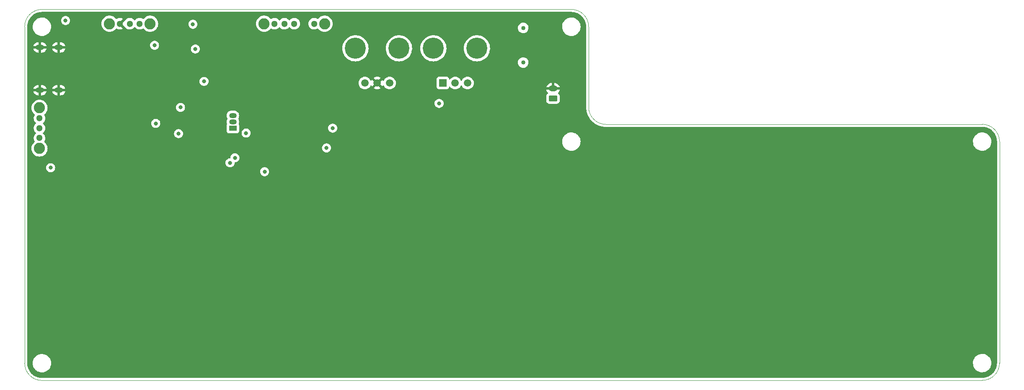
<source format=gbr>
%TF.GenerationSoftware,KiCad,Pcbnew,(6.0.7)*%
%TF.CreationDate,2023-07-28T14:32:25-04:00*%
%TF.ProjectId,Stylophone,5374796c-6f70-4686-9f6e-652e6b696361,rev?*%
%TF.SameCoordinates,Original*%
%TF.FileFunction,Copper,L2,Inr*%
%TF.FilePolarity,Positive*%
%FSLAX46Y46*%
G04 Gerber Fmt 4.6, Leading zero omitted, Abs format (unit mm)*
G04 Created by KiCad (PCBNEW (6.0.7)) date 2023-07-28 14:32:25*
%MOMM*%
%LPD*%
G01*
G04 APERTURE LIST*
G04 Aperture macros list*
%AMRoundRect*
0 Rectangle with rounded corners*
0 $1 Rounding radius*
0 $2 $3 $4 $5 $6 $7 $8 $9 X,Y pos of 4 corners*
0 Add a 4 corners polygon primitive as box body*
4,1,4,$2,$3,$4,$5,$6,$7,$8,$9,$2,$3,0*
0 Add four circle primitives for the rounded corners*
1,1,$1+$1,$2,$3*
1,1,$1+$1,$4,$5*
1,1,$1+$1,$6,$7*
1,1,$1+$1,$8,$9*
0 Add four rect primitives between the rounded corners*
20,1,$1+$1,$2,$3,$4,$5,0*
20,1,$1+$1,$4,$5,$6,$7,0*
20,1,$1+$1,$6,$7,$8,$9,0*
20,1,$1+$1,$8,$9,$2,$3,0*%
G04 Aperture macros list end*
%TA.AperFunction,Profile*%
%ADD10C,0.100000*%
%TD*%
%TA.AperFunction,ComponentPad*%
%ADD11C,2.250000*%
%TD*%
%TA.AperFunction,ComponentPad*%
%ADD12C,1.300000*%
%TD*%
%TA.AperFunction,ComponentPad*%
%ADD13C,0.850000*%
%TD*%
%TA.AperFunction,ComponentPad*%
%ADD14C,1.500000*%
%TD*%
%TA.AperFunction,ComponentPad*%
%ADD15C,4.260000*%
%TD*%
%TA.AperFunction,ComponentPad*%
%ADD16R,1.500000X1.500000*%
%TD*%
%TA.AperFunction,ComponentPad*%
%ADD17R,1.500000X1.050000*%
%TD*%
%TA.AperFunction,ComponentPad*%
%ADD18O,1.500000X1.050000*%
%TD*%
%TA.AperFunction,ComponentPad*%
%ADD19RoundRect,0.250000X0.625000X-0.350000X0.625000X0.350000X-0.625000X0.350000X-0.625000X-0.350000X0*%
%TD*%
%TA.AperFunction,ComponentPad*%
%ADD20O,1.750000X1.200000*%
%TD*%
%TA.AperFunction,ComponentPad*%
%ADD21O,1.700000X1.100000*%
%TD*%
%TA.AperFunction,ViaPad*%
%ADD22C,0.800000*%
%TD*%
G04 APERTURE END LIST*
D10*
X26000000Y-85500000D02*
X132974874Y-85500000D01*
X26000000Y-85500000D02*
G75*
G03*
X22500000Y-89000000I0J-3500000D01*
G01*
X216000000Y-160480000D02*
X26000000Y-160500000D01*
X216000000Y-108720000D02*
X139974874Y-108740000D01*
X216000000Y-160480000D02*
G75*
G03*
X219500000Y-156980000I0J3500000D01*
G01*
X136474900Y-105240000D02*
G75*
G03*
X139974874Y-108740000I3500000J0D01*
G01*
X22500000Y-157000000D02*
G75*
G03*
X26000000Y-160500000I3500000J0D01*
G01*
X136474874Y-89000000D02*
X136474874Y-105240000D01*
X219500000Y-112220000D02*
G75*
G03*
X216000000Y-108720000I-3500000J0D01*
G01*
X22500000Y-89000000D02*
X22500000Y-157000000D01*
X136474900Y-89000000D02*
G75*
G03*
X132974874Y-85500000I-3500000J0D01*
G01*
X219500000Y-156980000D02*
X219500000Y-112220000D01*
D11*
%TO.N,N/C*%
%TO.C,SW2*%
X39650000Y-88396360D03*
X47850000Y-88396360D03*
D12*
%TO.N,GND*%
X41750000Y-88396360D03*
%TO.N,Net-(COS3-Pad2)*%
X43750000Y-88396360D03*
%TO.N,unconnected-(SW2-Pad1)*%
X45750000Y-88396360D03*
%TD*%
D13*
%TO.N,N/C*%
%TO.C,J28*%
X123250000Y-96250000D03*
X123250000Y-89250000D03*
%TD*%
D14*
%TO.N,Net-(RP2-Pad2)*%
%TO.C,VR1*%
X91250000Y-100375000D03*
%TO.N,GND*%
X93750000Y-100375000D03*
%TO.N,unconnected-(VR1-Pad3)*%
X96250000Y-100375000D03*
D15*
%TO.N,unconnected-(VR1-PadMH1)*%
X89350000Y-93375000D03*
%TO.N,unconnected-(VR1-PadMH2)*%
X98150000Y-93375000D03*
%TD*%
D11*
%TO.N,N/C*%
%TO.C,SW1*%
X25500000Y-113600000D03*
X25500000Y-105400000D03*
D12*
%TO.N,unconnected-(SW1-Pad3)*%
X25500000Y-111500000D03*
%TO.N,Net-(D1-Pad2)*%
X25500000Y-109500000D03*
%TO.N,Net-(CC4-Pad1)*%
X25500000Y-107500000D03*
%TD*%
D16*
%TO.N,Net-(RFD1-Pad2)*%
%TO.C,VR2*%
X107000000Y-100375000D03*
D14*
%TO.N,Net-(Q3-Pad1)*%
X109500000Y-100375000D03*
%TO.N,Net-(Q2-Pad3)*%
X112000000Y-100375000D03*
D15*
%TO.N,unconnected-(VR2-PadMH1)*%
X105100000Y-93375000D03*
%TO.N,unconnected-(VR2-PadMH2)*%
X113900000Y-93375000D03*
%TD*%
D17*
%TO.N,RESISTOR_MODULE*%
%TO.C,Q1*%
X64570000Y-109520000D03*
D18*
%TO.N,VIB_SIG*%
X64570000Y-108250000D03*
%TO.N,Net-(DAT1-Pad2)*%
X64570000Y-106980000D03*
%TD*%
D11*
%TO.N,N/C*%
%TO.C,SW3*%
X70900000Y-88396360D03*
X83100000Y-88396360D03*
D12*
%TO.N,Net-(CLB1-Pad2)*%
X73000000Y-88396360D03*
%TO.N,Net-(CMB1-Pad1)*%
X75000000Y-88396360D03*
%TO.N,RESISTOR_MODULE*%
X77000000Y-88396360D03*
%TO.N,Net-(CHB1-Pad1)*%
X81000000Y-88396360D03*
%TD*%
D19*
%TO.N,Net-(CC3-Pad1)*%
%TO.C,J27*%
X129274874Y-103500000D03*
D20*
%TO.N,GND*%
X129274874Y-101500000D03*
%TD*%
D21*
%TO.N,GND*%
%TO.C,J1*%
X25600000Y-93180000D03*
X29400000Y-101820000D03*
X25600000Y-101820000D03*
X29400000Y-93180000D03*
%TD*%
D22*
%TO.N,GND*%
X32250000Y-116000000D03*
X38750000Y-108550000D03*
X75500000Y-96250000D03*
X70937500Y-106500000D03*
X57000000Y-118000000D03*
X70500000Y-96250000D03*
X85750000Y-96250000D03*
X36020000Y-87750000D03*
X41200000Y-114250000D03*
X66000000Y-112750000D03*
X37000000Y-93500000D03*
X73250000Y-117000000D03*
X54250000Y-108550000D03*
X44150000Y-100070000D03*
X27750000Y-115500000D03*
X77750000Y-96250000D03*
X33250000Y-108500000D03*
X49400000Y-100070000D03*
X129500000Y-98250000D03*
X29000000Y-105000000D03*
X38900000Y-100050000D03*
X117750000Y-90250000D03*
X65500000Y-100050000D03*
X46000000Y-117800000D03*
X41750000Y-116750000D03*
X78500000Y-112750000D03*
%TO.N,+5V*%
X48750000Y-92750000D03*
X106250000Y-104500000D03*
X83500000Y-113500000D03*
X58750000Y-100050000D03*
X67250000Y-110500000D03*
X84750000Y-109500000D03*
X71000000Y-118300000D03*
X54000000Y-105300000D03*
X30770000Y-87750000D03*
X49000000Y-108550000D03*
X27750000Y-117500000D03*
%TO.N,Net-(COS4-Pad1)*%
X56500000Y-88500000D03*
%TO.N,Net-(CC3-Pad1)*%
X53600000Y-110600000D03*
%TO.N,Net-(Q4-Pad2)*%
X57000000Y-93500000D03*
%TO.N,Net-(CC4-Pad1)*%
X65000000Y-115500000D03*
%TO.N,Net-(D1-Pad2)*%
X64000000Y-116500000D03*
%TD*%
%TA.AperFunction,Conductor*%
%TO.N,GND*%
G36*
X132944896Y-86010000D02*
G01*
X132959729Y-86012310D01*
X132959733Y-86012310D01*
X132968602Y-86013691D01*
X132987314Y-86011244D01*
X133010244Y-86010353D01*
X133280983Y-86024540D01*
X133294089Y-86025917D01*
X133526974Y-86062801D01*
X133590326Y-86072834D01*
X133603228Y-86075576D01*
X133892941Y-86153203D01*
X133905470Y-86157275D01*
X134032387Y-86205992D01*
X134185473Y-86264756D01*
X134197521Y-86270120D01*
X134464750Y-86406279D01*
X134476172Y-86412873D01*
X134727710Y-86576221D01*
X134738380Y-86583973D01*
X134953052Y-86757809D01*
X134971464Y-86772719D01*
X134981265Y-86781544D01*
X135193341Y-86993618D01*
X135202166Y-87003420D01*
X135390914Y-87236504D01*
X135398666Y-87247173D01*
X135562012Y-87498702D01*
X135568607Y-87510124D01*
X135704772Y-87777360D01*
X135710135Y-87789407D01*
X135795423Y-88011586D01*
X135817617Y-88069404D01*
X135821691Y-88081943D01*
X135868967Y-88258377D01*
X135899319Y-88371651D01*
X135902061Y-88384551D01*
X135948980Y-88680786D01*
X135950358Y-88693900D01*
X135963946Y-88953167D01*
X135964156Y-88957176D01*
X135962828Y-88983158D01*
X135961183Y-88993724D01*
X135962347Y-89002626D01*
X135962347Y-89002628D01*
X135965310Y-89025283D01*
X135966374Y-89041621D01*
X135966374Y-105190633D01*
X135964874Y-105210018D01*
X135961183Y-105233724D01*
X135962181Y-105241352D01*
X135962326Y-105244486D01*
X135962315Y-105245381D01*
X135962425Y-105246627D01*
X135969744Y-105404930D01*
X135979236Y-105610251D01*
X136030443Y-105977343D01*
X136031108Y-105980170D01*
X136031109Y-105980176D01*
X136057202Y-106091118D01*
X136115302Y-106338145D01*
X136116228Y-106340907D01*
X136116230Y-106340915D01*
X136138230Y-106406554D01*
X136233090Y-106689578D01*
X136382801Y-107028643D01*
X136563158Y-107352449D01*
X136772623Y-107658232D01*
X136774472Y-107660458D01*
X136774479Y-107660468D01*
X136968082Y-107893615D01*
X137009409Y-107943383D01*
X137271495Y-108205471D01*
X137556645Y-108442259D01*
X137726683Y-108558739D01*
X137837290Y-108634507D01*
X137862426Y-108651726D01*
X138050886Y-108756699D01*
X138166568Y-108821134D01*
X138186230Y-108832086D01*
X138188890Y-108833261D01*
X138188895Y-108833263D01*
X138323143Y-108892540D01*
X138525295Y-108981800D01*
X138528046Y-108982722D01*
X138528051Y-108982724D01*
X138873965Y-109098665D01*
X138873973Y-109098667D01*
X138876726Y-109099590D01*
X139237527Y-109184452D01*
X139604619Y-109235662D01*
X139607499Y-109235795D01*
X139607508Y-109235796D01*
X139796662Y-109244542D01*
X139943474Y-109251331D01*
X139953819Y-109252437D01*
X139957520Y-109252769D01*
X139962318Y-109253576D01*
X139968501Y-109253651D01*
X139970005Y-109253670D01*
X139970009Y-109253670D01*
X139974870Y-109253729D01*
X139979686Y-109253039D01*
X139979691Y-109253039D01*
X140002591Y-109249760D01*
X140020417Y-109248488D01*
X215950681Y-109228513D01*
X215970097Y-109230013D01*
X215984847Y-109232309D01*
X215984848Y-109232309D01*
X215993724Y-109233691D01*
X216012436Y-109231244D01*
X216035366Y-109230353D01*
X216306103Y-109244542D01*
X216319209Y-109245919D01*
X216534134Y-109279960D01*
X216615445Y-109292838D01*
X216628345Y-109295580D01*
X216706924Y-109316635D01*
X216918052Y-109373207D01*
X216930586Y-109377279D01*
X217156000Y-109463808D01*
X217210587Y-109484762D01*
X217222635Y-109490126D01*
X217489870Y-109626289D01*
X217501286Y-109632880D01*
X217752832Y-109796236D01*
X217763492Y-109803982D01*
X217972488Y-109973223D01*
X217996573Y-109992727D01*
X218006374Y-110001552D01*
X218218448Y-110213626D01*
X218227273Y-110223427D01*
X218373731Y-110404287D01*
X218416016Y-110456505D01*
X218423764Y-110467168D01*
X218586379Y-110717573D01*
X218587117Y-110718709D01*
X218593711Y-110730130D01*
X218729874Y-110997365D01*
X218735237Y-111009412D01*
X218840035Y-111282416D01*
X218842719Y-111289409D01*
X218846793Y-111301948D01*
X218871278Y-111393324D01*
X218924420Y-111591655D01*
X218927162Y-111604555D01*
X218974080Y-111900785D01*
X218975458Y-111913902D01*
X218989262Y-112177299D01*
X218987935Y-112203276D01*
X218987691Y-112204846D01*
X218987691Y-112204850D01*
X218986309Y-112213724D01*
X218987473Y-112222626D01*
X218987473Y-112222628D01*
X218990436Y-112245283D01*
X218991500Y-112261621D01*
X218991500Y-156930633D01*
X218990000Y-156950018D01*
X218987690Y-156964851D01*
X218987690Y-156964855D01*
X218986309Y-156973724D01*
X218988756Y-156992433D01*
X218989647Y-157015366D01*
X218989462Y-157018905D01*
X218975458Y-157286099D01*
X218974081Y-157299209D01*
X218971547Y-157315209D01*
X218927162Y-157595445D01*
X218924420Y-157608345D01*
X218846795Y-157898047D01*
X218842721Y-157910586D01*
X218787100Y-158055482D01*
X218735238Y-158190587D01*
X218729874Y-158202635D01*
X218719683Y-158222635D01*
X218593711Y-158469870D01*
X218587120Y-158481286D01*
X218423764Y-158732832D01*
X218416018Y-158743492D01*
X218339082Y-158838500D01*
X218227273Y-158976573D01*
X218218448Y-158986374D01*
X218006374Y-159198448D01*
X217996573Y-159207273D01*
X217763495Y-159396016D01*
X217752832Y-159403764D01*
X217501286Y-159567120D01*
X217489870Y-159573711D01*
X217222635Y-159709874D01*
X217210588Y-159715237D01*
X216930586Y-159822721D01*
X216918052Y-159826793D01*
X216773196Y-159865608D01*
X216628345Y-159904420D01*
X216615445Y-159907162D01*
X216534134Y-159920040D01*
X216319209Y-159954081D01*
X216306101Y-159955458D01*
X216230937Y-159959397D01*
X216042701Y-159969262D01*
X216016724Y-159967935D01*
X216015154Y-159967691D01*
X216015150Y-159967691D01*
X216006276Y-159966309D01*
X215974676Y-159970441D01*
X215958357Y-159971505D01*
X26049347Y-159991495D01*
X26029948Y-159989995D01*
X26015148Y-159987690D01*
X26015145Y-159987690D01*
X26006276Y-159986309D01*
X25987564Y-159988756D01*
X25964634Y-159989647D01*
X25693897Y-159975458D01*
X25680791Y-159974081D01*
X25465866Y-159940040D01*
X25384555Y-159927162D01*
X25371655Y-159924420D01*
X25226804Y-159885607D01*
X25081948Y-159846793D01*
X25069414Y-159842721D01*
X24789412Y-159735237D01*
X24777365Y-159729874D01*
X24510130Y-159593711D01*
X24498714Y-159587120D01*
X24247168Y-159423764D01*
X24236505Y-159416016D01*
X24221382Y-159403769D01*
X24003427Y-159227273D01*
X23993626Y-159218448D01*
X23781552Y-159006374D01*
X23772727Y-158996573D01*
X23660918Y-158858500D01*
X23583982Y-158763492D01*
X23576236Y-158752832D01*
X23412880Y-158501286D01*
X23406289Y-158489870D01*
X23270126Y-158222635D01*
X23264762Y-158210587D01*
X23261770Y-158202792D01*
X23157279Y-157930586D01*
X23153205Y-157918047D01*
X23121174Y-157798503D01*
X23075580Y-157628345D01*
X23072838Y-157615445D01*
X23052532Y-157487238D01*
X23025919Y-157319209D01*
X23024542Y-157306098D01*
X23010932Y-157046410D01*
X23011168Y-157042277D01*
X24137009Y-157042277D01*
X24162625Y-157310769D01*
X24163710Y-157315203D01*
X24163711Y-157315209D01*
X24220751Y-157548312D01*
X24226731Y-157572750D01*
X24327985Y-157822733D01*
X24391138Y-157930591D01*
X24452555Y-158035482D01*
X24464265Y-158055482D01*
X24467118Y-158059049D01*
X24616722Y-158246119D01*
X24632716Y-158266119D01*
X24829809Y-158450234D01*
X25051416Y-158603968D01*
X25055499Y-158605999D01*
X25055502Y-158606001D01*
X25171013Y-158663466D01*
X25292894Y-158724101D01*
X25297228Y-158725522D01*
X25297231Y-158725523D01*
X25544853Y-158806698D01*
X25544859Y-158806699D01*
X25549186Y-158808118D01*
X25553677Y-158808898D01*
X25553678Y-158808898D01*
X25811140Y-158853601D01*
X25811148Y-158853602D01*
X25814921Y-158854257D01*
X25818758Y-158854448D01*
X25898578Y-158858422D01*
X25898586Y-158858422D01*
X25900149Y-158858500D01*
X26068512Y-158858500D01*
X26070780Y-158858335D01*
X26070792Y-158858335D01*
X26201884Y-158848823D01*
X26269004Y-158843953D01*
X26273459Y-158842969D01*
X26273462Y-158842969D01*
X26527912Y-158786791D01*
X26527916Y-158786790D01*
X26532372Y-158785806D01*
X26672213Y-158732825D01*
X26780318Y-158691868D01*
X26780321Y-158691867D01*
X26784588Y-158690250D01*
X27020368Y-158559286D01*
X27234773Y-158395657D01*
X27254325Y-158375657D01*
X27420117Y-158206060D01*
X27423312Y-158202792D01*
X27582034Y-157984730D01*
X27665190Y-157826676D01*
X27705490Y-157750079D01*
X27705493Y-157750073D01*
X27707615Y-157746039D01*
X27710685Y-157737347D01*
X27795902Y-157496033D01*
X27795902Y-157496032D01*
X27797425Y-157491720D01*
X27834011Y-157306098D01*
X27848700Y-157231572D01*
X27848701Y-157231566D01*
X27849581Y-157227100D01*
X27850577Y-157207100D01*
X27859778Y-157022277D01*
X214137009Y-157022277D01*
X214162625Y-157290769D01*
X214163710Y-157295203D01*
X214163711Y-157295209D01*
X214225645Y-157548312D01*
X214226731Y-157552750D01*
X214327985Y-157802733D01*
X214391138Y-157910591D01*
X214434549Y-157984730D01*
X214464265Y-158035482D01*
X214483112Y-158059049D01*
X214584686Y-158186060D01*
X214632716Y-158246119D01*
X214829809Y-158430234D01*
X215051416Y-158583968D01*
X215055499Y-158585999D01*
X215055502Y-158586001D01*
X215095704Y-158606001D01*
X215292894Y-158704101D01*
X215297228Y-158705522D01*
X215297231Y-158705523D01*
X215544853Y-158786698D01*
X215544859Y-158786699D01*
X215549186Y-158788118D01*
X215553677Y-158788898D01*
X215553678Y-158788898D01*
X215811140Y-158833601D01*
X215811148Y-158833602D01*
X215814921Y-158834257D01*
X215818758Y-158834448D01*
X215898578Y-158838422D01*
X215898586Y-158838422D01*
X215900149Y-158838500D01*
X216068512Y-158838500D01*
X216070780Y-158838335D01*
X216070792Y-158838335D01*
X216201884Y-158828823D01*
X216269004Y-158823953D01*
X216273459Y-158822969D01*
X216273462Y-158822969D01*
X216527912Y-158766791D01*
X216527916Y-158766790D01*
X216532372Y-158765806D01*
X216658480Y-158718028D01*
X216780318Y-158671868D01*
X216780321Y-158671867D01*
X216784588Y-158670250D01*
X217020368Y-158539286D01*
X217234773Y-158375657D01*
X217423312Y-158182792D01*
X217582034Y-157964730D01*
X217634521Y-157864969D01*
X217705490Y-157730079D01*
X217705493Y-157730073D01*
X217707615Y-157726039D01*
X217710685Y-157717347D01*
X217795902Y-157476033D01*
X217795902Y-157476032D01*
X217797425Y-157471720D01*
X217833987Y-157286217D01*
X217848700Y-157211572D01*
X217848701Y-157211566D01*
X217849581Y-157207100D01*
X217849808Y-157202544D01*
X217862764Y-156942292D01*
X217862764Y-156942286D01*
X217862991Y-156937723D01*
X217837375Y-156669231D01*
X217799088Y-156512762D01*
X217774355Y-156411688D01*
X217773269Y-156407250D01*
X217672015Y-156157267D01*
X217549755Y-155948463D01*
X217538045Y-155928463D01*
X217538044Y-155928462D01*
X217535735Y-155924518D01*
X217417928Y-155777208D01*
X217370136Y-155717447D01*
X217370135Y-155717445D01*
X217367284Y-155713881D01*
X217170191Y-155529766D01*
X216948584Y-155376032D01*
X216944501Y-155374001D01*
X216944498Y-155373999D01*
X216779606Y-155291967D01*
X216707106Y-155255899D01*
X216702772Y-155254478D01*
X216702769Y-155254477D01*
X216455147Y-155173302D01*
X216455141Y-155173301D01*
X216450814Y-155171882D01*
X216446322Y-155171102D01*
X216188860Y-155126399D01*
X216188852Y-155126398D01*
X216185079Y-155125743D01*
X216173817Y-155125182D01*
X216101422Y-155121578D01*
X216101414Y-155121578D01*
X216099851Y-155121500D01*
X215931488Y-155121500D01*
X215929220Y-155121665D01*
X215929208Y-155121665D01*
X215798116Y-155131177D01*
X215730996Y-155136047D01*
X215726541Y-155137031D01*
X215726538Y-155137031D01*
X215472088Y-155193209D01*
X215472084Y-155193210D01*
X215467628Y-155194194D01*
X215341520Y-155241972D01*
X215219682Y-155288132D01*
X215219679Y-155288133D01*
X215215412Y-155289750D01*
X214979632Y-155420714D01*
X214765227Y-155584343D01*
X214762034Y-155587609D01*
X214762032Y-155587611D01*
X214742481Y-155607611D01*
X214576688Y-155777208D01*
X214417966Y-155995270D01*
X214415844Y-155999304D01*
X214294510Y-156229921D01*
X214294507Y-156229927D01*
X214292385Y-156233961D01*
X214290865Y-156238266D01*
X214290863Y-156238270D01*
X214225621Y-156423019D01*
X214202575Y-156488280D01*
X214150419Y-156752900D01*
X214150192Y-156757453D01*
X214150192Y-156757456D01*
X214137353Y-157015368D01*
X214137009Y-157022277D01*
X27859778Y-157022277D01*
X27862764Y-156962292D01*
X27862764Y-156962286D01*
X27862991Y-156957723D01*
X27837375Y-156689231D01*
X27792042Y-156503967D01*
X27774355Y-156431688D01*
X27773269Y-156427250D01*
X27672015Y-156177267D01*
X27575005Y-156011586D01*
X27538045Y-155948463D01*
X27538044Y-155948462D01*
X27535735Y-155944518D01*
X27417928Y-155797208D01*
X27370136Y-155737447D01*
X27370135Y-155737445D01*
X27367284Y-155733881D01*
X27170191Y-155549766D01*
X26948584Y-155396032D01*
X26944501Y-155394001D01*
X26944498Y-155393999D01*
X26779606Y-155311967D01*
X26707106Y-155275899D01*
X26702772Y-155274478D01*
X26702769Y-155274477D01*
X26455147Y-155193302D01*
X26455141Y-155193301D01*
X26450814Y-155191882D01*
X26446322Y-155191102D01*
X26188860Y-155146399D01*
X26188852Y-155146398D01*
X26185079Y-155145743D01*
X26173817Y-155145182D01*
X26101422Y-155141578D01*
X26101414Y-155141578D01*
X26099851Y-155141500D01*
X25931488Y-155141500D01*
X25929220Y-155141665D01*
X25929208Y-155141665D01*
X25798116Y-155151177D01*
X25730996Y-155156047D01*
X25726541Y-155157031D01*
X25726538Y-155157031D01*
X25472088Y-155213209D01*
X25472084Y-155213210D01*
X25467628Y-155214194D01*
X25352181Y-155257933D01*
X25219682Y-155308132D01*
X25219679Y-155308133D01*
X25215412Y-155309750D01*
X24979632Y-155440714D01*
X24765227Y-155604343D01*
X24576688Y-155797208D01*
X24417966Y-156015270D01*
X24415844Y-156019304D01*
X24294510Y-156249921D01*
X24294507Y-156249927D01*
X24292385Y-156253961D01*
X24290865Y-156258266D01*
X24290863Y-156258270D01*
X24211161Y-156483967D01*
X24202575Y-156508280D01*
X24150419Y-156772900D01*
X24150192Y-156777453D01*
X24150192Y-156777456D01*
X24137778Y-157026833D01*
X24137009Y-157042277D01*
X23011168Y-157042277D01*
X23012505Y-157018915D01*
X23013576Y-157012552D01*
X23013729Y-157000000D01*
X23009773Y-156972376D01*
X23008500Y-156954514D01*
X23008500Y-117500000D01*
X26836496Y-117500000D01*
X26837186Y-117506565D01*
X26849228Y-117621134D01*
X26856458Y-117689928D01*
X26915473Y-117871556D01*
X27010960Y-118036944D01*
X27138747Y-118178866D01*
X27293248Y-118291118D01*
X27299276Y-118293802D01*
X27299278Y-118293803D01*
X27461681Y-118366109D01*
X27467712Y-118368794D01*
X27561113Y-118388647D01*
X27648056Y-118407128D01*
X27648061Y-118407128D01*
X27654513Y-118408500D01*
X27845487Y-118408500D01*
X27851939Y-118407128D01*
X27851944Y-118407128D01*
X27938887Y-118388647D01*
X28032288Y-118368794D01*
X28038319Y-118366109D01*
X28186803Y-118300000D01*
X70086496Y-118300000D01*
X70106458Y-118489928D01*
X70165473Y-118671556D01*
X70260960Y-118836944D01*
X70388747Y-118978866D01*
X70543248Y-119091118D01*
X70549276Y-119093802D01*
X70549278Y-119093803D01*
X70711681Y-119166109D01*
X70717712Y-119168794D01*
X70811112Y-119188647D01*
X70898056Y-119207128D01*
X70898061Y-119207128D01*
X70904513Y-119208500D01*
X71095487Y-119208500D01*
X71101939Y-119207128D01*
X71101944Y-119207128D01*
X71188888Y-119188647D01*
X71282288Y-119168794D01*
X71288319Y-119166109D01*
X71450722Y-119093803D01*
X71450724Y-119093802D01*
X71456752Y-119091118D01*
X71611253Y-118978866D01*
X71739040Y-118836944D01*
X71834527Y-118671556D01*
X71893542Y-118489928D01*
X71913504Y-118300000D01*
X71901181Y-118182749D01*
X71894232Y-118116635D01*
X71894232Y-118116633D01*
X71893542Y-118110072D01*
X71834527Y-117928444D01*
X71739040Y-117763056D01*
X71611253Y-117621134D01*
X71456752Y-117508882D01*
X71450724Y-117506198D01*
X71450722Y-117506197D01*
X71288319Y-117433891D01*
X71288318Y-117433891D01*
X71282288Y-117431206D01*
X71188887Y-117411353D01*
X71101944Y-117392872D01*
X71101939Y-117392872D01*
X71095487Y-117391500D01*
X70904513Y-117391500D01*
X70898061Y-117392872D01*
X70898056Y-117392872D01*
X70811113Y-117411353D01*
X70717712Y-117431206D01*
X70711682Y-117433891D01*
X70711681Y-117433891D01*
X70549278Y-117506197D01*
X70549276Y-117506198D01*
X70543248Y-117508882D01*
X70388747Y-117621134D01*
X70260960Y-117763056D01*
X70165473Y-117928444D01*
X70106458Y-118110072D01*
X70105768Y-118116633D01*
X70105768Y-118116635D01*
X70098819Y-118182749D01*
X70086496Y-118300000D01*
X28186803Y-118300000D01*
X28200722Y-118293803D01*
X28200724Y-118293802D01*
X28206752Y-118291118D01*
X28361253Y-118178866D01*
X28489040Y-118036944D01*
X28584527Y-117871556D01*
X28643542Y-117689928D01*
X28650773Y-117621134D01*
X28662814Y-117506565D01*
X28663504Y-117500000D01*
X28643542Y-117310072D01*
X28584527Y-117128444D01*
X28489040Y-116963056D01*
X28361253Y-116821134D01*
X28206752Y-116708882D01*
X28200724Y-116706198D01*
X28200722Y-116706197D01*
X28038319Y-116633891D01*
X28038318Y-116633891D01*
X28032288Y-116631206D01*
X27938887Y-116611353D01*
X27851944Y-116592872D01*
X27851939Y-116592872D01*
X27845487Y-116591500D01*
X27654513Y-116591500D01*
X27648061Y-116592872D01*
X27648056Y-116592872D01*
X27561113Y-116611353D01*
X27467712Y-116631206D01*
X27461682Y-116633891D01*
X27461681Y-116633891D01*
X27299278Y-116706197D01*
X27299276Y-116706198D01*
X27293248Y-116708882D01*
X27138747Y-116821134D01*
X27010960Y-116963056D01*
X26915473Y-117128444D01*
X26856458Y-117310072D01*
X26836496Y-117500000D01*
X23008500Y-117500000D01*
X23008500Y-116500000D01*
X63086496Y-116500000D01*
X63106458Y-116689928D01*
X63165473Y-116871556D01*
X63260960Y-117036944D01*
X63388747Y-117178866D01*
X63543248Y-117291118D01*
X63549276Y-117293802D01*
X63549278Y-117293803D01*
X63600560Y-117316635D01*
X63717712Y-117368794D01*
X63811112Y-117388647D01*
X63898056Y-117407128D01*
X63898061Y-117407128D01*
X63904513Y-117408500D01*
X64095487Y-117408500D01*
X64101939Y-117407128D01*
X64101944Y-117407128D01*
X64188888Y-117388647D01*
X64282288Y-117368794D01*
X64399440Y-117316635D01*
X64450722Y-117293803D01*
X64450724Y-117293802D01*
X64456752Y-117291118D01*
X64611253Y-117178866D01*
X64739040Y-117036944D01*
X64834527Y-116871556D01*
X64893542Y-116689928D01*
X64911262Y-116521329D01*
X64938275Y-116455673D01*
X64996497Y-116415043D01*
X65036572Y-116408500D01*
X65095487Y-116408500D01*
X65101939Y-116407128D01*
X65101944Y-116407128D01*
X65188887Y-116388647D01*
X65282288Y-116368794D01*
X65399440Y-116316635D01*
X65450722Y-116293803D01*
X65450724Y-116293802D01*
X65456752Y-116291118D01*
X65611253Y-116178866D01*
X65739040Y-116036944D01*
X65834527Y-115871556D01*
X65893542Y-115689928D01*
X65913504Y-115500000D01*
X65893542Y-115310072D01*
X65834527Y-115128444D01*
X65739040Y-114963056D01*
X65611253Y-114821134D01*
X65456752Y-114708882D01*
X65450724Y-114706198D01*
X65450722Y-114706197D01*
X65288319Y-114633891D01*
X65288318Y-114633891D01*
X65282288Y-114631206D01*
X65188887Y-114611353D01*
X65101944Y-114592872D01*
X65101939Y-114592872D01*
X65095487Y-114591500D01*
X64904513Y-114591500D01*
X64898061Y-114592872D01*
X64898056Y-114592872D01*
X64811113Y-114611353D01*
X64717712Y-114631206D01*
X64711682Y-114633891D01*
X64711681Y-114633891D01*
X64549278Y-114706197D01*
X64549276Y-114706198D01*
X64543248Y-114708882D01*
X64388747Y-114821134D01*
X64260960Y-114963056D01*
X64165473Y-115128444D01*
X64106458Y-115310072D01*
X64105768Y-115316633D01*
X64105768Y-115316635D01*
X64088738Y-115478670D01*
X64061725Y-115544327D01*
X64003503Y-115584957D01*
X63963428Y-115591500D01*
X63904513Y-115591500D01*
X63898061Y-115592872D01*
X63898056Y-115592872D01*
X63811112Y-115611353D01*
X63717712Y-115631206D01*
X63711682Y-115633891D01*
X63711681Y-115633891D01*
X63549278Y-115706197D01*
X63549276Y-115706198D01*
X63543248Y-115708882D01*
X63388747Y-115821134D01*
X63260960Y-115963056D01*
X63165473Y-116128444D01*
X63106458Y-116310072D01*
X63086496Y-116500000D01*
X23008500Y-116500000D01*
X23008500Y-113600000D01*
X23861449Y-113600000D01*
X23881622Y-113856326D01*
X23882776Y-113861133D01*
X23882777Y-113861139D01*
X23902695Y-113944101D01*
X23941645Y-114106340D01*
X23943538Y-114110911D01*
X23943539Y-114110913D01*
X24019295Y-114293803D01*
X24040040Y-114343887D01*
X24174384Y-114563116D01*
X24341369Y-114758631D01*
X24536884Y-114925616D01*
X24756113Y-115059960D01*
X24760683Y-115061853D01*
X24760687Y-115061855D01*
X24989087Y-115156461D01*
X24993660Y-115158355D01*
X25080502Y-115179204D01*
X25238861Y-115217223D01*
X25238867Y-115217224D01*
X25243674Y-115218378D01*
X25500000Y-115238551D01*
X25756326Y-115218378D01*
X25761133Y-115217224D01*
X25761139Y-115217223D01*
X25919498Y-115179204D01*
X26006340Y-115158355D01*
X26010913Y-115156461D01*
X26239313Y-115061855D01*
X26239317Y-115061853D01*
X26243887Y-115059960D01*
X26463116Y-114925616D01*
X26658631Y-114758631D01*
X26825616Y-114563116D01*
X26959960Y-114343887D01*
X26980706Y-114293803D01*
X27056461Y-114110913D01*
X27056462Y-114110911D01*
X27058355Y-114106340D01*
X27097305Y-113944101D01*
X27117223Y-113861139D01*
X27117224Y-113861133D01*
X27118378Y-113856326D01*
X27138551Y-113600000D01*
X27130681Y-113500000D01*
X82586496Y-113500000D01*
X82606458Y-113689928D01*
X82665473Y-113871556D01*
X82760960Y-114036944D01*
X82765378Y-114041851D01*
X82765379Y-114041852D01*
X82823444Y-114106340D01*
X82888747Y-114178866D01*
X83043248Y-114291118D01*
X83049276Y-114293802D01*
X83049278Y-114293803D01*
X83171248Y-114348107D01*
X83217712Y-114368794D01*
X83311113Y-114388647D01*
X83398056Y-114407128D01*
X83398061Y-114407128D01*
X83404513Y-114408500D01*
X83595487Y-114408500D01*
X83601939Y-114407128D01*
X83601944Y-114407128D01*
X83688887Y-114388647D01*
X83782288Y-114368794D01*
X83828752Y-114348107D01*
X83950722Y-114293803D01*
X83950724Y-114293802D01*
X83956752Y-114291118D01*
X84111253Y-114178866D01*
X84176556Y-114106340D01*
X84234621Y-114041852D01*
X84234622Y-114041851D01*
X84239040Y-114036944D01*
X84334527Y-113871556D01*
X84393542Y-113689928D01*
X84413504Y-113500000D01*
X84393542Y-113310072D01*
X84334527Y-113128444D01*
X84239040Y-112963056D01*
X84138949Y-112851893D01*
X84115675Y-112826045D01*
X84115674Y-112826044D01*
X84111253Y-112821134D01*
X84012157Y-112749136D01*
X83962094Y-112712763D01*
X83962093Y-112712762D01*
X83956752Y-112708882D01*
X83950724Y-112706198D01*
X83950722Y-112706197D01*
X83788319Y-112633891D01*
X83788318Y-112633891D01*
X83782288Y-112631206D01*
X83688887Y-112611353D01*
X83601944Y-112592872D01*
X83601939Y-112592872D01*
X83595487Y-112591500D01*
X83404513Y-112591500D01*
X83398061Y-112592872D01*
X83398056Y-112592872D01*
X83311113Y-112611353D01*
X83217712Y-112631206D01*
X83211682Y-112633891D01*
X83211681Y-112633891D01*
X83049278Y-112706197D01*
X83049276Y-112706198D01*
X83043248Y-112708882D01*
X83037907Y-112712762D01*
X83037906Y-112712763D01*
X82987843Y-112749136D01*
X82888747Y-112821134D01*
X82884326Y-112826044D01*
X82884325Y-112826045D01*
X82861052Y-112851893D01*
X82760960Y-112963056D01*
X82665473Y-113128444D01*
X82606458Y-113310072D01*
X82586496Y-113500000D01*
X27130681Y-113500000D01*
X27118378Y-113343674D01*
X27101060Y-113271537D01*
X27059510Y-113098472D01*
X27058355Y-113093660D01*
X27038894Y-113046676D01*
X26961855Y-112860687D01*
X26961853Y-112860683D01*
X26959960Y-112856113D01*
X26825616Y-112636884D01*
X26658631Y-112441369D01*
X26495141Y-112301736D01*
X26469382Y-112262277D01*
X131111883Y-112262277D01*
X131137499Y-112530769D01*
X131138584Y-112535203D01*
X131138585Y-112535209D01*
X131200519Y-112788312D01*
X131201605Y-112792750D01*
X131302859Y-113042733D01*
X131439139Y-113275482D01*
X131551251Y-113415671D01*
X131559560Y-113426060D01*
X131607590Y-113486119D01*
X131804683Y-113670234D01*
X132026290Y-113823968D01*
X132030373Y-113825999D01*
X132030376Y-113826001D01*
X132091332Y-113856326D01*
X132267768Y-113944101D01*
X132272102Y-113945522D01*
X132272105Y-113945523D01*
X132519727Y-114026698D01*
X132519733Y-114026699D01*
X132524060Y-114028118D01*
X132528551Y-114028898D01*
X132528552Y-114028898D01*
X132786014Y-114073601D01*
X132786022Y-114073602D01*
X132789795Y-114074257D01*
X132793632Y-114074448D01*
X132873452Y-114078422D01*
X132873460Y-114078422D01*
X132875023Y-114078500D01*
X133043386Y-114078500D01*
X133045654Y-114078335D01*
X133045666Y-114078335D01*
X133176758Y-114068823D01*
X133243878Y-114063953D01*
X133248333Y-114062969D01*
X133248336Y-114062969D01*
X133502786Y-114006791D01*
X133502790Y-114006790D01*
X133507246Y-114005806D01*
X133633354Y-113958028D01*
X133755192Y-113911868D01*
X133755195Y-113911867D01*
X133759462Y-113910250D01*
X133995242Y-113779286D01*
X134209647Y-113615657D01*
X134220134Y-113604930D01*
X134322710Y-113500000D01*
X134398186Y-113422792D01*
X134556908Y-113204730D01*
X134640064Y-113046676D01*
X134680364Y-112970079D01*
X134680367Y-112970073D01*
X134682489Y-112966039D01*
X134722799Y-112851893D01*
X134770776Y-112716033D01*
X134770776Y-112716032D01*
X134772299Y-112711720D01*
X134824455Y-112447100D01*
X134824900Y-112438156D01*
X134833656Y-112262277D01*
X214137009Y-112262277D01*
X214162625Y-112530769D01*
X214163710Y-112535203D01*
X214163711Y-112535209D01*
X214225645Y-112788312D01*
X214226731Y-112792750D01*
X214327985Y-113042733D01*
X214464265Y-113275482D01*
X214576377Y-113415671D01*
X214584686Y-113426060D01*
X214632716Y-113486119D01*
X214829809Y-113670234D01*
X215051416Y-113823968D01*
X215055499Y-113825999D01*
X215055502Y-113826001D01*
X215116458Y-113856326D01*
X215292894Y-113944101D01*
X215297228Y-113945522D01*
X215297231Y-113945523D01*
X215544853Y-114026698D01*
X215544859Y-114026699D01*
X215549186Y-114028118D01*
X215553677Y-114028898D01*
X215553678Y-114028898D01*
X215811140Y-114073601D01*
X215811148Y-114073602D01*
X215814921Y-114074257D01*
X215818758Y-114074448D01*
X215898578Y-114078422D01*
X215898586Y-114078422D01*
X215900149Y-114078500D01*
X216068512Y-114078500D01*
X216070780Y-114078335D01*
X216070792Y-114078335D01*
X216201884Y-114068823D01*
X216269004Y-114063953D01*
X216273459Y-114062969D01*
X216273462Y-114062969D01*
X216527912Y-114006791D01*
X216527916Y-114006790D01*
X216532372Y-114005806D01*
X216658480Y-113958028D01*
X216780318Y-113911868D01*
X216780321Y-113911867D01*
X216784588Y-113910250D01*
X217020368Y-113779286D01*
X217234773Y-113615657D01*
X217245260Y-113604930D01*
X217347836Y-113500000D01*
X217423312Y-113422792D01*
X217582034Y-113204730D01*
X217665190Y-113046676D01*
X217705490Y-112970079D01*
X217705493Y-112970073D01*
X217707615Y-112966039D01*
X217747925Y-112851893D01*
X217795902Y-112716033D01*
X217795902Y-112716032D01*
X217797425Y-112711720D01*
X217849581Y-112447100D01*
X217850026Y-112438156D01*
X217862764Y-112182292D01*
X217862764Y-112182286D01*
X217862991Y-112177723D01*
X217837375Y-111909231D01*
X217835309Y-111900785D01*
X217774355Y-111651688D01*
X217773269Y-111647250D01*
X217672015Y-111397267D01*
X217535735Y-111164518D01*
X217417928Y-111017208D01*
X217370136Y-110957447D01*
X217370135Y-110957445D01*
X217367284Y-110953881D01*
X217170191Y-110769766D01*
X216948584Y-110616032D01*
X216944501Y-110614001D01*
X216944498Y-110613999D01*
X216775270Y-110529810D01*
X216707106Y-110495899D01*
X216702772Y-110494478D01*
X216702769Y-110494477D01*
X216455147Y-110413302D01*
X216455141Y-110413301D01*
X216450814Y-110411882D01*
X216446322Y-110411102D01*
X216188860Y-110366399D01*
X216188852Y-110366398D01*
X216185079Y-110365743D01*
X216173817Y-110365182D01*
X216101422Y-110361578D01*
X216101414Y-110361578D01*
X216099851Y-110361500D01*
X215931488Y-110361500D01*
X215929220Y-110361665D01*
X215929208Y-110361665D01*
X215798116Y-110371177D01*
X215730996Y-110376047D01*
X215726541Y-110377031D01*
X215726538Y-110377031D01*
X215472088Y-110433209D01*
X215472084Y-110433210D01*
X215467628Y-110434194D01*
X215380576Y-110467175D01*
X215219682Y-110528132D01*
X215219679Y-110528133D01*
X215215412Y-110529750D01*
X214979632Y-110660714D01*
X214765227Y-110824343D01*
X214762034Y-110827609D01*
X214762032Y-110827611D01*
X214719073Y-110871556D01*
X214576688Y-111017208D01*
X214417966Y-111235270D01*
X214365479Y-111335031D01*
X214294510Y-111469921D01*
X214294507Y-111469927D01*
X214292385Y-111473961D01*
X214290865Y-111478266D01*
X214290863Y-111478270D01*
X214220953Y-111676239D01*
X214202575Y-111728280D01*
X214150419Y-111992900D01*
X214150192Y-111997453D01*
X214150192Y-111997456D01*
X214137450Y-112253421D01*
X214137009Y-112262277D01*
X134833656Y-112262277D01*
X134837638Y-112182292D01*
X134837638Y-112182286D01*
X134837865Y-112177723D01*
X134812249Y-111909231D01*
X134810183Y-111900785D01*
X134749229Y-111651688D01*
X134748143Y-111647250D01*
X134646889Y-111397267D01*
X134510609Y-111164518D01*
X134392802Y-111017208D01*
X134345010Y-110957447D01*
X134345009Y-110957445D01*
X134342158Y-110953881D01*
X134145065Y-110769766D01*
X133923458Y-110616032D01*
X133919375Y-110614001D01*
X133919372Y-110613999D01*
X133750144Y-110529810D01*
X133681980Y-110495899D01*
X133677646Y-110494478D01*
X133677643Y-110494477D01*
X133430021Y-110413302D01*
X133430015Y-110413301D01*
X133425688Y-110411882D01*
X133421196Y-110411102D01*
X133163734Y-110366399D01*
X133163726Y-110366398D01*
X133159953Y-110365743D01*
X133148691Y-110365182D01*
X133076296Y-110361578D01*
X133076288Y-110361578D01*
X133074725Y-110361500D01*
X132906362Y-110361500D01*
X132904094Y-110361665D01*
X132904082Y-110361665D01*
X132772990Y-110371177D01*
X132705870Y-110376047D01*
X132701415Y-110377031D01*
X132701412Y-110377031D01*
X132446962Y-110433209D01*
X132446958Y-110433210D01*
X132442502Y-110434194D01*
X132355450Y-110467175D01*
X132194556Y-110528132D01*
X132194553Y-110528133D01*
X132190286Y-110529750D01*
X131954506Y-110660714D01*
X131740101Y-110824343D01*
X131736908Y-110827609D01*
X131736906Y-110827611D01*
X131693947Y-110871556D01*
X131551562Y-111017208D01*
X131392840Y-111235270D01*
X131340353Y-111335031D01*
X131269384Y-111469921D01*
X131269381Y-111469927D01*
X131267259Y-111473961D01*
X131265739Y-111478266D01*
X131265737Y-111478270D01*
X131195827Y-111676239D01*
X131177449Y-111728280D01*
X131125293Y-111992900D01*
X131125066Y-111997453D01*
X131125066Y-111997456D01*
X131112324Y-112253421D01*
X131111883Y-112262277D01*
X26469382Y-112262277D01*
X26456332Y-112242286D01*
X26455824Y-112171291D01*
X26467036Y-112144359D01*
X26560056Y-111978258D01*
X26562876Y-111973223D01*
X26631316Y-111771605D01*
X26638224Y-111723967D01*
X26661337Y-111564561D01*
X26661337Y-111564559D01*
X26661869Y-111560891D01*
X26663463Y-111500000D01*
X26651160Y-111366109D01*
X26644510Y-111293730D01*
X26644509Y-111293727D01*
X26643981Y-111287976D01*
X26613209Y-111178866D01*
X26587754Y-111088611D01*
X26587753Y-111088609D01*
X26586186Y-111083052D01*
X26565869Y-111041852D01*
X26494570Y-110897273D01*
X26492015Y-110892092D01*
X26364622Y-110721491D01*
X26233193Y-110600000D01*
X52686496Y-110600000D01*
X52687186Y-110606565D01*
X52696608Y-110696206D01*
X52706458Y-110789928D01*
X52765473Y-110971556D01*
X52860960Y-111136944D01*
X52988747Y-111278866D01*
X53143248Y-111391118D01*
X53149276Y-111393802D01*
X53149278Y-111393803D01*
X53306513Y-111463808D01*
X53317712Y-111468794D01*
X53411113Y-111488647D01*
X53498056Y-111507128D01*
X53498061Y-111507128D01*
X53504513Y-111508500D01*
X53695487Y-111508500D01*
X53701939Y-111507128D01*
X53701944Y-111507128D01*
X53788887Y-111488647D01*
X53882288Y-111468794D01*
X53893487Y-111463808D01*
X54050722Y-111393803D01*
X54050724Y-111393802D01*
X54056752Y-111391118D01*
X54211253Y-111278866D01*
X54339040Y-111136944D01*
X54434527Y-110971556D01*
X54493542Y-110789928D01*
X54503393Y-110696206D01*
X54512814Y-110606565D01*
X54513504Y-110600000D01*
X54506121Y-110529750D01*
X54494232Y-110416635D01*
X54494232Y-110416633D01*
X54493542Y-110410072D01*
X54434527Y-110228444D01*
X54339040Y-110063056D01*
X54211253Y-109921134D01*
X54080375Y-109826045D01*
X54062094Y-109812763D01*
X54062093Y-109812762D01*
X54056752Y-109808882D01*
X54050724Y-109806198D01*
X54050722Y-109806197D01*
X53888319Y-109733891D01*
X53888318Y-109733891D01*
X53882288Y-109731206D01*
X53788887Y-109711353D01*
X53701944Y-109692872D01*
X53701939Y-109692872D01*
X53695487Y-109691500D01*
X53504513Y-109691500D01*
X53498061Y-109692872D01*
X53498056Y-109692872D01*
X53411113Y-109711353D01*
X53317712Y-109731206D01*
X53311682Y-109733891D01*
X53311681Y-109733891D01*
X53149278Y-109806197D01*
X53149276Y-109806198D01*
X53143248Y-109808882D01*
X53137907Y-109812762D01*
X53137906Y-109812763D01*
X53119625Y-109826045D01*
X52988747Y-109921134D01*
X52860960Y-110063056D01*
X52765473Y-110228444D01*
X52706458Y-110410072D01*
X52705768Y-110416633D01*
X52705768Y-110416635D01*
X52693879Y-110529750D01*
X52686496Y-110600000D01*
X26233193Y-110600000D01*
X26223171Y-110590736D01*
X26186726Y-110529810D01*
X26189006Y-110458850D01*
X26228131Y-110401339D01*
X26318255Y-110326384D01*
X26322693Y-110322693D01*
X26409519Y-110218296D01*
X26455149Y-110163431D01*
X26458840Y-110158993D01*
X26562876Y-109973223D01*
X26631316Y-109771605D01*
X26636785Y-109733891D01*
X26661337Y-109564561D01*
X26661337Y-109564559D01*
X26661869Y-109560891D01*
X26663463Y-109500000D01*
X26648864Y-109341118D01*
X26644510Y-109293730D01*
X26644509Y-109293727D01*
X26643981Y-109287976D01*
X26627634Y-109230013D01*
X26587754Y-109088611D01*
X26587753Y-109088609D01*
X26586186Y-109083052D01*
X26553974Y-109017731D01*
X26494570Y-108897273D01*
X26492015Y-108892092D01*
X26439029Y-108821134D01*
X26368074Y-108726114D01*
X26364622Y-108721491D01*
X26223171Y-108590736D01*
X26198803Y-108550000D01*
X48086496Y-108550000D01*
X48087186Y-108556565D01*
X48102646Y-108703655D01*
X48106458Y-108739928D01*
X48165473Y-108921556D01*
X48168776Y-108927278D01*
X48168777Y-108927279D01*
X48186599Y-108958148D01*
X48260960Y-109086944D01*
X48265378Y-109091851D01*
X48265379Y-109091852D01*
X48272346Y-109099590D01*
X48388747Y-109228866D01*
X48543248Y-109341118D01*
X48549276Y-109343802D01*
X48549278Y-109343803D01*
X48711681Y-109416109D01*
X48717712Y-109418794D01*
X48811113Y-109438647D01*
X48898056Y-109457128D01*
X48898061Y-109457128D01*
X48904513Y-109458500D01*
X49095487Y-109458500D01*
X49101939Y-109457128D01*
X49101944Y-109457128D01*
X49188888Y-109438647D01*
X49282288Y-109418794D01*
X49288319Y-109416109D01*
X49450722Y-109343803D01*
X49450724Y-109343802D01*
X49456752Y-109341118D01*
X49611253Y-109228866D01*
X49727654Y-109099590D01*
X49734621Y-109091852D01*
X49734622Y-109091851D01*
X49739040Y-109086944D01*
X49813401Y-108958148D01*
X49831223Y-108927279D01*
X49831224Y-108927278D01*
X49834527Y-108921556D01*
X49893542Y-108739928D01*
X49897355Y-108703655D01*
X49912814Y-108556565D01*
X49913504Y-108550000D01*
X49904539Y-108464706D01*
X49894232Y-108366635D01*
X49894232Y-108366633D01*
X49893542Y-108360072D01*
X49855421Y-108242750D01*
X63306524Y-108242750D01*
X63324894Y-108444596D01*
X63326632Y-108450502D01*
X63326633Y-108450506D01*
X63380380Y-108633121D01*
X63380788Y-108634507D01*
X63382119Y-108639029D01*
X63381260Y-108639282D01*
X63387714Y-108704662D01*
X63374548Y-108741406D01*
X63369385Y-108748295D01*
X63366236Y-108756696D01*
X63366234Y-108756699D01*
X63342079Y-108821134D01*
X63318255Y-108884684D01*
X63311500Y-108946866D01*
X63311500Y-110093134D01*
X63318255Y-110155316D01*
X63369385Y-110291705D01*
X63456739Y-110408261D01*
X63573295Y-110495615D01*
X63709684Y-110546745D01*
X63771866Y-110553500D01*
X65368134Y-110553500D01*
X65430316Y-110546745D01*
X65555008Y-110500000D01*
X66336496Y-110500000D01*
X66337186Y-110506565D01*
X66353388Y-110660714D01*
X66356458Y-110689928D01*
X66415473Y-110871556D01*
X66510960Y-111036944D01*
X66515378Y-111041851D01*
X66515379Y-111041852D01*
X66595852Y-111131226D01*
X66638747Y-111178866D01*
X66737843Y-111250864D01*
X66776385Y-111278866D01*
X66793248Y-111291118D01*
X66799276Y-111293802D01*
X66799278Y-111293803D01*
X66961681Y-111366109D01*
X66967712Y-111368794D01*
X67054479Y-111387237D01*
X67148056Y-111407128D01*
X67148061Y-111407128D01*
X67154513Y-111408500D01*
X67345487Y-111408500D01*
X67351939Y-111407128D01*
X67351944Y-111407128D01*
X67445521Y-111387237D01*
X67532288Y-111368794D01*
X67538319Y-111366109D01*
X67700722Y-111293803D01*
X67700724Y-111293802D01*
X67706752Y-111291118D01*
X67723616Y-111278866D01*
X67762157Y-111250864D01*
X67861253Y-111178866D01*
X67904148Y-111131226D01*
X67984621Y-111041852D01*
X67984622Y-111041851D01*
X67989040Y-111036944D01*
X68084527Y-110871556D01*
X68143542Y-110689928D01*
X68146613Y-110660714D01*
X68162814Y-110506565D01*
X68163504Y-110500000D01*
X68153433Y-110404181D01*
X68144232Y-110316635D01*
X68144232Y-110316633D01*
X68143542Y-110310072D01*
X68084527Y-110128444D01*
X67989040Y-109963056D01*
X67861253Y-109821134D01*
X67706752Y-109708882D01*
X67700724Y-109706198D01*
X67700722Y-109706197D01*
X67538319Y-109633891D01*
X67538318Y-109633891D01*
X67532288Y-109631206D01*
X67438887Y-109611353D01*
X67351944Y-109592872D01*
X67351939Y-109592872D01*
X67345487Y-109591500D01*
X67154513Y-109591500D01*
X67148061Y-109592872D01*
X67148056Y-109592872D01*
X67061113Y-109611353D01*
X66967712Y-109631206D01*
X66961682Y-109633891D01*
X66961681Y-109633891D01*
X66799278Y-109706197D01*
X66799276Y-109706198D01*
X66793248Y-109708882D01*
X66638747Y-109821134D01*
X66510960Y-109963056D01*
X66415473Y-110128444D01*
X66356458Y-110310072D01*
X66355768Y-110316633D01*
X66355768Y-110316635D01*
X66346567Y-110404181D01*
X66336496Y-110500000D01*
X65555008Y-110500000D01*
X65566705Y-110495615D01*
X65683261Y-110408261D01*
X65770615Y-110291705D01*
X65821745Y-110155316D01*
X65828500Y-110093134D01*
X65828500Y-109500000D01*
X83836496Y-109500000D01*
X83837186Y-109506565D01*
X83843282Y-109564561D01*
X83856458Y-109689928D01*
X83915473Y-109871556D01*
X84010960Y-110036944D01*
X84015378Y-110041851D01*
X84015379Y-110041852D01*
X84124849Y-110163431D01*
X84138747Y-110178866D01*
X84293248Y-110291118D01*
X84299276Y-110293802D01*
X84299278Y-110293803D01*
X84451700Y-110361665D01*
X84467712Y-110368794D01*
X84561112Y-110388647D01*
X84648056Y-110407128D01*
X84648061Y-110407128D01*
X84654513Y-110408500D01*
X84845487Y-110408500D01*
X84851939Y-110407128D01*
X84851944Y-110407128D01*
X84938887Y-110388647D01*
X85032288Y-110368794D01*
X85048300Y-110361665D01*
X85200722Y-110293803D01*
X85200724Y-110293802D01*
X85206752Y-110291118D01*
X85361253Y-110178866D01*
X85375151Y-110163431D01*
X85484621Y-110041852D01*
X85484622Y-110041851D01*
X85489040Y-110036944D01*
X85584527Y-109871556D01*
X85643542Y-109689928D01*
X85656719Y-109564561D01*
X85662814Y-109506565D01*
X85663504Y-109500000D01*
X85650357Y-109374914D01*
X85644232Y-109316635D01*
X85644232Y-109316633D01*
X85643542Y-109310072D01*
X85584527Y-109128444D01*
X85489040Y-108963056D01*
X85474463Y-108946866D01*
X85365675Y-108826045D01*
X85365674Y-108826044D01*
X85361253Y-108821134D01*
X85206752Y-108708882D01*
X85200724Y-108706198D01*
X85200722Y-108706197D01*
X85038319Y-108633891D01*
X85038318Y-108633891D01*
X85032288Y-108631206D01*
X84938887Y-108611353D01*
X84851944Y-108592872D01*
X84851939Y-108592872D01*
X84845487Y-108591500D01*
X84654513Y-108591500D01*
X84648061Y-108592872D01*
X84648056Y-108592872D01*
X84561113Y-108611353D01*
X84467712Y-108631206D01*
X84461682Y-108633891D01*
X84461681Y-108633891D01*
X84299278Y-108706197D01*
X84299276Y-108706198D01*
X84293248Y-108708882D01*
X84138747Y-108821134D01*
X84134326Y-108826044D01*
X84134325Y-108826045D01*
X84025538Y-108946866D01*
X84010960Y-108963056D01*
X83915473Y-109128444D01*
X83856458Y-109310072D01*
X83855768Y-109316633D01*
X83855768Y-109316635D01*
X83849643Y-109374914D01*
X83836496Y-109500000D01*
X65828500Y-109500000D01*
X65828500Y-108946866D01*
X65821745Y-108884684D01*
X65797921Y-108821134D01*
X65773768Y-108756704D01*
X65773766Y-108756701D01*
X65770615Y-108748295D01*
X65765227Y-108741106D01*
X65765094Y-108740863D01*
X65749924Y-108671506D01*
X65755248Y-108643092D01*
X65756428Y-108639282D01*
X65812290Y-108458820D01*
X65813859Y-108443898D01*
X65832832Y-108263378D01*
X65832832Y-108263377D01*
X65833476Y-108257250D01*
X65824534Y-108158993D01*
X65815665Y-108061543D01*
X65815664Y-108061540D01*
X65815106Y-108055404D01*
X65802643Y-108013056D01*
X65764299Y-107882777D01*
X65757881Y-107860971D01*
X65753951Y-107853452D01*
X65666835Y-107686815D01*
X65663981Y-107681355D01*
X65664016Y-107681337D01*
X65644111Y-107615559D01*
X65659271Y-107554591D01*
X65705256Y-107469544D01*
X65752356Y-107382435D01*
X65812290Y-107188820D01*
X65822823Y-107088611D01*
X65832832Y-106993378D01*
X65832832Y-106993377D01*
X65833476Y-106987250D01*
X65824395Y-106887466D01*
X65815665Y-106791543D01*
X65815664Y-106791540D01*
X65815106Y-106785404D01*
X65797510Y-106725616D01*
X65759620Y-106596880D01*
X65757881Y-106590971D01*
X65753951Y-106583452D01*
X65666835Y-106416815D01*
X65663981Y-106411355D01*
X65658630Y-106404699D01*
X65540840Y-106258199D01*
X65536981Y-106253399D01*
X65381719Y-106123119D01*
X65376327Y-106120155D01*
X65376323Y-106120152D01*
X65209506Y-106028444D01*
X65204109Y-106025477D01*
X65061301Y-105980176D01*
X65016789Y-105966056D01*
X65010916Y-105964193D01*
X65004799Y-105963507D01*
X65004795Y-105963506D01*
X64930652Y-105955190D01*
X64853183Y-105946500D01*
X64293996Y-105946500D01*
X64143287Y-105961277D01*
X63949258Y-106019858D01*
X63770302Y-106115010D01*
X63765528Y-106118904D01*
X63765526Y-106118905D01*
X63729721Y-106148107D01*
X63613237Y-106243110D01*
X63609310Y-106247857D01*
X63609308Y-106247859D01*
X63487973Y-106394528D01*
X63487971Y-106394531D01*
X63484044Y-106399278D01*
X63387644Y-106577565D01*
X63327710Y-106771180D01*
X63327066Y-106777305D01*
X63327066Y-106777306D01*
X63314457Y-106897273D01*
X63306524Y-106972750D01*
X63308854Y-106998352D01*
X63317069Y-107088611D01*
X63324894Y-107174596D01*
X63382119Y-107369029D01*
X63384972Y-107374486D01*
X63384973Y-107374489D01*
X63389127Y-107382435D01*
X63475923Y-107548460D01*
X63475923Y-107548462D01*
X63476019Y-107548645D01*
X63475984Y-107548663D01*
X63495889Y-107614441D01*
X63480729Y-107675409D01*
X63387644Y-107847565D01*
X63327710Y-108041180D01*
X63306524Y-108242750D01*
X49855421Y-108242750D01*
X49834527Y-108178444D01*
X49739040Y-108013056D01*
X49621737Y-107882777D01*
X49615675Y-107876045D01*
X49615674Y-107876044D01*
X49611253Y-107871134D01*
X49512157Y-107799136D01*
X49462094Y-107762763D01*
X49462093Y-107762762D01*
X49456752Y-107758882D01*
X49450724Y-107756198D01*
X49450722Y-107756197D01*
X49288319Y-107683891D01*
X49288318Y-107683891D01*
X49282288Y-107681206D01*
X49183308Y-107660167D01*
X49101944Y-107642872D01*
X49101939Y-107642872D01*
X49095487Y-107641500D01*
X48904513Y-107641500D01*
X48898061Y-107642872D01*
X48898056Y-107642872D01*
X48816692Y-107660167D01*
X48717712Y-107681206D01*
X48711682Y-107683891D01*
X48711681Y-107683891D01*
X48549278Y-107756197D01*
X48549276Y-107756198D01*
X48543248Y-107758882D01*
X48537907Y-107762762D01*
X48537906Y-107762763D01*
X48487843Y-107799136D01*
X48388747Y-107871134D01*
X48384326Y-107876044D01*
X48384325Y-107876045D01*
X48378264Y-107882777D01*
X48260960Y-108013056D01*
X48165473Y-108178444D01*
X48106458Y-108360072D01*
X48105768Y-108366633D01*
X48105768Y-108366635D01*
X48095461Y-108464706D01*
X48086496Y-108550000D01*
X26198803Y-108550000D01*
X26186726Y-108529810D01*
X26189006Y-108458850D01*
X26228131Y-108401339D01*
X26318255Y-108326384D01*
X26322693Y-108322693D01*
X26458840Y-108158993D01*
X26562876Y-107973223D01*
X26631316Y-107771605D01*
X26643496Y-107687607D01*
X26661337Y-107564561D01*
X26661337Y-107564559D01*
X26661869Y-107560891D01*
X26663463Y-107500000D01*
X26643981Y-107287976D01*
X26586186Y-107083052D01*
X26559355Y-107028643D01*
X26494570Y-106897273D01*
X26492015Y-106892092D01*
X26475466Y-106869930D01*
X26450735Y-106803380D01*
X26465910Y-106734024D01*
X26494595Y-106698731D01*
X26654869Y-106561844D01*
X26658631Y-106558631D01*
X26825616Y-106363116D01*
X26959960Y-106143887D01*
X26968563Y-106123119D01*
X27056461Y-105910913D01*
X27056462Y-105910911D01*
X27058355Y-105906340D01*
X27114722Y-105671556D01*
X27117223Y-105661139D01*
X27117224Y-105661133D01*
X27118378Y-105656326D01*
X27138551Y-105400000D01*
X27130681Y-105300000D01*
X53086496Y-105300000D01*
X53106458Y-105489928D01*
X53165473Y-105671556D01*
X53260960Y-105836944D01*
X53265378Y-105841851D01*
X53265379Y-105841852D01*
X53359958Y-105946893D01*
X53388747Y-105978866D01*
X53543248Y-106091118D01*
X53549276Y-106093802D01*
X53549278Y-106093803D01*
X53711681Y-106166109D01*
X53717712Y-106168794D01*
X53811113Y-106188647D01*
X53898056Y-106207128D01*
X53898061Y-106207128D01*
X53904513Y-106208500D01*
X54095487Y-106208500D01*
X54101939Y-106207128D01*
X54101944Y-106207128D01*
X54188887Y-106188647D01*
X54282288Y-106168794D01*
X54288319Y-106166109D01*
X54450722Y-106093803D01*
X54450724Y-106093802D01*
X54456752Y-106091118D01*
X54611253Y-105978866D01*
X54640042Y-105946893D01*
X54734621Y-105841852D01*
X54734622Y-105841851D01*
X54739040Y-105836944D01*
X54834527Y-105671556D01*
X54893542Y-105489928D01*
X54913504Y-105300000D01*
X54901181Y-105182749D01*
X54894232Y-105116635D01*
X54894232Y-105116633D01*
X54893542Y-105110072D01*
X54834527Y-104928444D01*
X54739040Y-104763056D01*
X54638949Y-104651893D01*
X54615675Y-104626045D01*
X54615674Y-104626044D01*
X54611253Y-104621134D01*
X54502493Y-104542115D01*
X54462094Y-104512763D01*
X54462093Y-104512762D01*
X54456752Y-104508882D01*
X54450724Y-104506198D01*
X54450722Y-104506197D01*
X54436803Y-104500000D01*
X105336496Y-104500000D01*
X105337186Y-104506565D01*
X105349228Y-104621134D01*
X105356458Y-104689928D01*
X105415473Y-104871556D01*
X105418776Y-104877278D01*
X105418777Y-104877279D01*
X105428235Y-104893660D01*
X105510960Y-105036944D01*
X105515378Y-105041851D01*
X105515379Y-105041852D01*
X105634325Y-105173955D01*
X105638747Y-105178866D01*
X105793248Y-105291118D01*
X105799276Y-105293802D01*
X105799278Y-105293803D01*
X105961681Y-105366109D01*
X105967712Y-105368794D01*
X106061113Y-105388647D01*
X106148056Y-105407128D01*
X106148061Y-105407128D01*
X106154513Y-105408500D01*
X106345487Y-105408500D01*
X106351939Y-105407128D01*
X106351944Y-105407128D01*
X106438887Y-105388647D01*
X106532288Y-105368794D01*
X106538319Y-105366109D01*
X106700722Y-105293803D01*
X106700724Y-105293802D01*
X106706752Y-105291118D01*
X106861253Y-105178866D01*
X106865675Y-105173955D01*
X106984621Y-105041852D01*
X106984622Y-105041851D01*
X106989040Y-105036944D01*
X107071765Y-104893660D01*
X107081223Y-104877279D01*
X107081224Y-104877278D01*
X107084527Y-104871556D01*
X107143542Y-104689928D01*
X107150773Y-104621134D01*
X107162814Y-104506565D01*
X107163504Y-104500000D01*
X107145477Y-104328483D01*
X107144232Y-104316635D01*
X107144232Y-104316633D01*
X107143542Y-104310072D01*
X107084527Y-104128444D01*
X106989040Y-103963056D01*
X106932625Y-103900400D01*
X127891374Y-103900400D01*
X127891711Y-103903646D01*
X127891711Y-103903650D01*
X127897366Y-103958148D01*
X127902348Y-104006166D01*
X127958324Y-104173946D01*
X128051396Y-104324348D01*
X128176571Y-104449305D01*
X128182801Y-104453145D01*
X128182802Y-104453146D01*
X128319964Y-104537694D01*
X128327136Y-104542115D01*
X128406879Y-104568564D01*
X128488485Y-104595632D01*
X128488487Y-104595632D01*
X128495013Y-104597797D01*
X128501849Y-104598497D01*
X128501852Y-104598498D01*
X128544905Y-104602909D01*
X128599474Y-104608500D01*
X129950274Y-104608500D01*
X129953520Y-104608163D01*
X129953524Y-104608163D01*
X130049182Y-104598238D01*
X130049186Y-104598237D01*
X130056040Y-104597526D01*
X130062576Y-104595345D01*
X130062578Y-104595345D01*
X130194680Y-104551272D01*
X130223820Y-104541550D01*
X130374222Y-104448478D01*
X130499179Y-104323303D01*
X130591989Y-104172738D01*
X130624611Y-104074384D01*
X130645506Y-104011389D01*
X130645506Y-104011387D01*
X130647671Y-104004861D01*
X130651369Y-103968774D01*
X130652783Y-103954969D01*
X130658374Y-103900400D01*
X130658374Y-103099600D01*
X130647400Y-102993834D01*
X130608624Y-102877607D01*
X130593742Y-102833002D01*
X130591424Y-102826054D01*
X130498352Y-102675652D01*
X130373177Y-102550695D01*
X130366943Y-102546852D01*
X130321184Y-102518645D01*
X130273691Y-102465873D01*
X130262269Y-102395801D01*
X130290543Y-102330677D01*
X130309471Y-102312298D01*
X130312730Y-102309738D01*
X130321380Y-102301501D01*
X130452086Y-102150877D01*
X130459021Y-102141153D01*
X130558884Y-101968533D01*
X130563858Y-101957669D01*
X130629281Y-101769273D01*
X130629522Y-101768284D01*
X130628054Y-101757992D01*
X130614489Y-101754000D01*
X127939472Y-101754000D01*
X127925941Y-101757973D01*
X127924586Y-101767399D01*
X127946068Y-101856537D01*
X127949957Y-101867832D01*
X128032503Y-102049382D01*
X128038450Y-102059724D01*
X128153842Y-102222397D01*
X128161635Y-102231425D01*
X128252631Y-102318535D01*
X128288007Y-102380090D01*
X128284488Y-102451000D01*
X128243191Y-102508750D01*
X128231821Y-102516685D01*
X128175526Y-102551522D01*
X128050569Y-102676697D01*
X128046729Y-102682927D01*
X128046728Y-102682928D01*
X127974559Y-102800008D01*
X127957759Y-102827262D01*
X127902077Y-102995139D01*
X127891374Y-103099600D01*
X127891374Y-103900400D01*
X106932625Y-103900400D01*
X106865675Y-103826045D01*
X106865674Y-103826044D01*
X106861253Y-103821134D01*
X106706752Y-103708882D01*
X106700724Y-103706198D01*
X106700722Y-103706197D01*
X106538319Y-103633891D01*
X106538318Y-103633891D01*
X106532288Y-103631206D01*
X106438887Y-103611353D01*
X106351944Y-103592872D01*
X106351939Y-103592872D01*
X106345487Y-103591500D01*
X106154513Y-103591500D01*
X106148061Y-103592872D01*
X106148056Y-103592872D01*
X106061112Y-103611353D01*
X105967712Y-103631206D01*
X105961682Y-103633891D01*
X105961681Y-103633891D01*
X105799278Y-103706197D01*
X105799276Y-103706198D01*
X105793248Y-103708882D01*
X105638747Y-103821134D01*
X105634326Y-103826044D01*
X105634325Y-103826045D01*
X105567376Y-103900400D01*
X105510960Y-103963056D01*
X105415473Y-104128444D01*
X105356458Y-104310072D01*
X105355768Y-104316633D01*
X105355768Y-104316635D01*
X105354523Y-104328483D01*
X105336496Y-104500000D01*
X54436803Y-104500000D01*
X54288319Y-104433891D01*
X54288318Y-104433891D01*
X54282288Y-104431206D01*
X54188887Y-104411353D01*
X54101944Y-104392872D01*
X54101939Y-104392872D01*
X54095487Y-104391500D01*
X53904513Y-104391500D01*
X53898061Y-104392872D01*
X53898056Y-104392872D01*
X53811113Y-104411353D01*
X53717712Y-104431206D01*
X53711682Y-104433891D01*
X53711681Y-104433891D01*
X53549278Y-104506197D01*
X53549276Y-104506198D01*
X53543248Y-104508882D01*
X53537907Y-104512762D01*
X53537906Y-104512763D01*
X53497507Y-104542115D01*
X53388747Y-104621134D01*
X53384326Y-104626044D01*
X53384325Y-104626045D01*
X53361052Y-104651893D01*
X53260960Y-104763056D01*
X53165473Y-104928444D01*
X53106458Y-105110072D01*
X53105768Y-105116633D01*
X53105768Y-105116635D01*
X53098819Y-105182749D01*
X53086496Y-105300000D01*
X27130681Y-105300000D01*
X27118378Y-105143674D01*
X27092755Y-105036944D01*
X27059510Y-104898472D01*
X27058355Y-104893660D01*
X27004257Y-104763056D01*
X26961855Y-104660687D01*
X26961853Y-104660683D01*
X26959960Y-104656113D01*
X26825616Y-104436884D01*
X26658631Y-104241369D01*
X26463116Y-104074384D01*
X26243887Y-103940040D01*
X26239317Y-103938147D01*
X26239313Y-103938145D01*
X26010913Y-103843539D01*
X26010911Y-103843538D01*
X26006340Y-103841645D01*
X25904732Y-103817251D01*
X25761139Y-103782777D01*
X25761133Y-103782776D01*
X25756326Y-103781622D01*
X25500000Y-103761449D01*
X25243674Y-103781622D01*
X25238867Y-103782776D01*
X25238861Y-103782777D01*
X25095268Y-103817251D01*
X24993660Y-103841645D01*
X24989089Y-103843538D01*
X24989087Y-103843539D01*
X24760687Y-103938145D01*
X24760683Y-103938147D01*
X24756113Y-103940040D01*
X24536884Y-104074384D01*
X24341369Y-104241369D01*
X24174384Y-104436884D01*
X24040040Y-104656113D01*
X24038147Y-104660683D01*
X24038145Y-104660687D01*
X23995743Y-104763056D01*
X23941645Y-104893660D01*
X23940490Y-104898472D01*
X23907246Y-105036944D01*
X23881622Y-105143674D01*
X23861449Y-105400000D01*
X23881622Y-105656326D01*
X23882776Y-105661133D01*
X23882777Y-105661139D01*
X23885278Y-105671556D01*
X23941645Y-105906340D01*
X23943538Y-105910911D01*
X23943539Y-105910913D01*
X24031438Y-106123119D01*
X24040040Y-106143887D01*
X24174384Y-106363116D01*
X24341369Y-106558631D01*
X24503912Y-106697455D01*
X24542720Y-106756904D01*
X24543228Y-106827899D01*
X24527771Y-106861851D01*
X24524238Y-106866333D01*
X24425100Y-107054762D01*
X24423386Y-107060283D01*
X24423384Y-107060287D01*
X24387890Y-107174596D01*
X24361961Y-107258102D01*
X24336936Y-107469544D01*
X24350861Y-107682006D01*
X24352282Y-107687602D01*
X24352283Y-107687607D01*
X24388627Y-107830708D01*
X24403272Y-107888372D01*
X24405689Y-107893615D01*
X24442389Y-107973223D01*
X24492411Y-108081731D01*
X24615296Y-108255609D01*
X24767809Y-108404181D01*
X24769477Y-108405295D01*
X24809136Y-108462699D01*
X24811506Y-108533656D01*
X24772571Y-108596943D01*
X24656054Y-108699125D01*
X24524238Y-108866333D01*
X24521549Y-108871444D01*
X24521547Y-108871447D01*
X24483654Y-108943469D01*
X24425100Y-109054762D01*
X24423386Y-109060283D01*
X24423384Y-109060287D01*
X24403998Y-109122721D01*
X24361961Y-109258102D01*
X24336936Y-109469544D01*
X24350861Y-109682006D01*
X24352282Y-109687602D01*
X24352283Y-109687607D01*
X24379871Y-109796231D01*
X24403272Y-109888372D01*
X24405689Y-109893615D01*
X24442389Y-109973223D01*
X24492411Y-110081731D01*
X24615296Y-110255609D01*
X24767809Y-110404181D01*
X24769477Y-110405295D01*
X24809136Y-110462699D01*
X24811506Y-110533656D01*
X24772571Y-110596943D01*
X24656054Y-110699125D01*
X24524238Y-110866333D01*
X24521549Y-110871444D01*
X24521547Y-110871447D01*
X24479818Y-110950760D01*
X24425100Y-111054762D01*
X24423386Y-111060283D01*
X24423384Y-111060287D01*
X24385359Y-111182749D01*
X24361961Y-111258102D01*
X24336936Y-111469544D01*
X24350861Y-111682006D01*
X24352282Y-111687602D01*
X24352283Y-111687607D01*
X24393462Y-111849747D01*
X24403272Y-111888372D01*
X24405689Y-111893615D01*
X24442389Y-111973223D01*
X24492411Y-112081731D01*
X24495741Y-112086443D01*
X24495744Y-112086448D01*
X24527711Y-112131680D01*
X24550692Y-112198855D01*
X24533707Y-112267790D01*
X24506644Y-112300211D01*
X24363734Y-112422267D01*
X24341369Y-112441369D01*
X24174384Y-112636884D01*
X24040040Y-112856113D01*
X24038147Y-112860683D01*
X24038145Y-112860687D01*
X23961106Y-113046676D01*
X23941645Y-113093660D01*
X23940490Y-113098472D01*
X23898941Y-113271537D01*
X23881622Y-113343674D01*
X23861449Y-113600000D01*
X23008500Y-113600000D01*
X23008500Y-102085768D01*
X24275302Y-102085768D01*
X24312554Y-102212342D01*
X24317147Y-102223710D01*
X24407566Y-102396666D01*
X24414282Y-102406928D01*
X24536568Y-102559020D01*
X24545152Y-102567786D01*
X24694656Y-102693236D01*
X24704767Y-102700160D01*
X24875798Y-102794184D01*
X24887062Y-102799012D01*
X25073095Y-102858025D01*
X25085084Y-102860573D01*
X25236947Y-102877607D01*
X25243971Y-102878000D01*
X25327885Y-102878000D01*
X25343124Y-102873525D01*
X25344329Y-102872135D01*
X25346000Y-102864452D01*
X25346000Y-102859885D01*
X25854000Y-102859885D01*
X25858475Y-102875124D01*
X25859865Y-102876329D01*
X25867548Y-102878000D01*
X25949124Y-102878000D01*
X25955272Y-102877699D01*
X26100361Y-102863473D01*
X26112396Y-102861090D01*
X26299223Y-102804683D01*
X26310565Y-102800008D01*
X26482879Y-102708388D01*
X26493095Y-102701601D01*
X26644335Y-102578253D01*
X26653039Y-102569609D01*
X26777438Y-102419237D01*
X26784297Y-102409069D01*
X26877121Y-102237393D01*
X26881871Y-102226093D01*
X26923595Y-102091307D01*
X26923676Y-102085768D01*
X28075302Y-102085768D01*
X28112554Y-102212342D01*
X28117147Y-102223710D01*
X28207566Y-102396666D01*
X28214282Y-102406928D01*
X28336568Y-102559020D01*
X28345152Y-102567786D01*
X28494656Y-102693236D01*
X28504767Y-102700160D01*
X28675798Y-102794184D01*
X28687062Y-102799012D01*
X28873095Y-102858025D01*
X28885084Y-102860573D01*
X29036947Y-102877607D01*
X29043971Y-102878000D01*
X29127885Y-102878000D01*
X29143124Y-102873525D01*
X29144329Y-102872135D01*
X29146000Y-102864452D01*
X29146000Y-102859885D01*
X29654000Y-102859885D01*
X29658475Y-102875124D01*
X29659865Y-102876329D01*
X29667548Y-102878000D01*
X29749124Y-102878000D01*
X29755272Y-102877699D01*
X29900361Y-102863473D01*
X29912396Y-102861090D01*
X30099223Y-102804683D01*
X30110565Y-102800008D01*
X30282879Y-102708388D01*
X30293095Y-102701601D01*
X30444335Y-102578253D01*
X30453039Y-102569609D01*
X30577438Y-102419237D01*
X30584297Y-102409069D01*
X30677121Y-102237393D01*
X30681871Y-102226093D01*
X30723595Y-102091307D01*
X30723801Y-102077205D01*
X30717045Y-102074000D01*
X29672115Y-102074000D01*
X29656876Y-102078475D01*
X29655671Y-102079865D01*
X29654000Y-102087548D01*
X29654000Y-102859885D01*
X29146000Y-102859885D01*
X29146000Y-102092115D01*
X29141525Y-102076876D01*
X29140135Y-102075671D01*
X29132452Y-102074000D01*
X28089953Y-102074000D01*
X28076422Y-102077973D01*
X28075302Y-102085768D01*
X26923676Y-102085768D01*
X26923801Y-102077205D01*
X26917045Y-102074000D01*
X25872115Y-102074000D01*
X25856876Y-102078475D01*
X25855671Y-102079865D01*
X25854000Y-102087548D01*
X25854000Y-102859885D01*
X25346000Y-102859885D01*
X25346000Y-102092115D01*
X25341525Y-102076876D01*
X25340135Y-102075671D01*
X25332452Y-102074000D01*
X24289953Y-102074000D01*
X24276422Y-102077973D01*
X24275302Y-102085768D01*
X23008500Y-102085768D01*
X23008500Y-101562795D01*
X24276199Y-101562795D01*
X24282955Y-101566000D01*
X25327885Y-101566000D01*
X25343124Y-101561525D01*
X25344329Y-101560135D01*
X25346000Y-101552452D01*
X25346000Y-101547885D01*
X25854000Y-101547885D01*
X25858475Y-101563124D01*
X25859865Y-101564329D01*
X25867548Y-101566000D01*
X26910047Y-101566000D01*
X26920962Y-101562795D01*
X28076199Y-101562795D01*
X28082955Y-101566000D01*
X29127885Y-101566000D01*
X29143124Y-101561525D01*
X29144329Y-101560135D01*
X29146000Y-101552452D01*
X29146000Y-101547885D01*
X29654000Y-101547885D01*
X29658475Y-101563124D01*
X29659865Y-101564329D01*
X29667548Y-101566000D01*
X30710047Y-101566000D01*
X30723578Y-101562027D01*
X30724698Y-101554232D01*
X30687446Y-101427658D01*
X30682853Y-101416290D01*
X30592434Y-101243334D01*
X30585718Y-101233072D01*
X30463432Y-101080980D01*
X30454848Y-101072214D01*
X30305344Y-100946764D01*
X30295233Y-100939840D01*
X30124202Y-100845816D01*
X30112938Y-100840988D01*
X29926905Y-100781975D01*
X29914916Y-100779427D01*
X29763053Y-100762393D01*
X29756029Y-100762000D01*
X29672115Y-100762000D01*
X29656876Y-100766475D01*
X29655671Y-100767865D01*
X29654000Y-100775548D01*
X29654000Y-101547885D01*
X29146000Y-101547885D01*
X29146000Y-100780115D01*
X29141525Y-100764876D01*
X29140135Y-100763671D01*
X29132452Y-100762000D01*
X29050876Y-100762000D01*
X29044728Y-100762301D01*
X28899639Y-100776527D01*
X28887604Y-100778910D01*
X28700777Y-100835317D01*
X28689435Y-100839992D01*
X28517121Y-100931612D01*
X28506905Y-100938399D01*
X28355665Y-101061747D01*
X28346961Y-101070391D01*
X28222562Y-101220763D01*
X28215703Y-101230931D01*
X28122879Y-101402607D01*
X28118129Y-101413907D01*
X28076405Y-101548693D01*
X28076199Y-101562795D01*
X26920962Y-101562795D01*
X26923578Y-101562027D01*
X26924698Y-101554232D01*
X26887446Y-101427658D01*
X26882853Y-101416290D01*
X26792434Y-101243334D01*
X26785718Y-101233072D01*
X26663432Y-101080980D01*
X26654848Y-101072214D01*
X26505344Y-100946764D01*
X26495233Y-100939840D01*
X26324202Y-100845816D01*
X26312938Y-100840988D01*
X26126905Y-100781975D01*
X26114916Y-100779427D01*
X25963053Y-100762393D01*
X25956029Y-100762000D01*
X25872115Y-100762000D01*
X25856876Y-100766475D01*
X25855671Y-100767865D01*
X25854000Y-100775548D01*
X25854000Y-101547885D01*
X25346000Y-101547885D01*
X25346000Y-100780115D01*
X25341525Y-100764876D01*
X25340135Y-100763671D01*
X25332452Y-100762000D01*
X25250876Y-100762000D01*
X25244728Y-100762301D01*
X25099639Y-100776527D01*
X25087604Y-100778910D01*
X24900777Y-100835317D01*
X24889435Y-100839992D01*
X24717121Y-100931612D01*
X24706905Y-100938399D01*
X24555665Y-101061747D01*
X24546961Y-101070391D01*
X24422562Y-101220763D01*
X24415703Y-101230931D01*
X24322879Y-101402607D01*
X24318129Y-101413907D01*
X24276405Y-101548693D01*
X24276199Y-101562795D01*
X23008500Y-101562795D01*
X23008500Y-100050000D01*
X57836496Y-100050000D01*
X57837186Y-100056565D01*
X57848174Y-100161106D01*
X57856458Y-100239928D01*
X57915473Y-100421556D01*
X57918776Y-100427278D01*
X57918777Y-100427279D01*
X57943039Y-100469302D01*
X58010960Y-100586944D01*
X58138747Y-100728866D01*
X58208338Y-100779427D01*
X58285264Y-100835317D01*
X58293248Y-100841118D01*
X58299276Y-100843802D01*
X58299278Y-100843803D01*
X58461681Y-100916109D01*
X58467712Y-100918794D01*
X58528016Y-100931612D01*
X58648056Y-100957128D01*
X58648061Y-100957128D01*
X58654513Y-100958500D01*
X58845487Y-100958500D01*
X58851939Y-100957128D01*
X58851944Y-100957128D01*
X58971984Y-100931612D01*
X59032288Y-100918794D01*
X59038319Y-100916109D01*
X59200722Y-100843803D01*
X59200724Y-100843802D01*
X59206752Y-100841118D01*
X59214737Y-100835317D01*
X59291662Y-100779427D01*
X59361253Y-100728866D01*
X59489040Y-100586944D01*
X59556961Y-100469302D01*
X59581223Y-100427279D01*
X59581224Y-100427278D01*
X59584527Y-100421556D01*
X59599654Y-100375000D01*
X89986693Y-100375000D01*
X90005885Y-100594371D01*
X90062880Y-100807076D01*
X90080945Y-100845816D01*
X90153618Y-101001666D01*
X90153621Y-101001671D01*
X90155944Y-101006653D01*
X90159100Y-101011160D01*
X90159101Y-101011162D01*
X90277310Y-101179981D01*
X90282251Y-101187038D01*
X90437962Y-101342749D01*
X90618346Y-101469056D01*
X90817924Y-101562120D01*
X91030629Y-101619115D01*
X91250000Y-101638307D01*
X91469371Y-101619115D01*
X91682076Y-101562120D01*
X91881654Y-101469056D01*
X91944342Y-101425161D01*
X93064393Y-101425161D01*
X93073687Y-101437175D01*
X93114088Y-101465464D01*
X93123584Y-101470947D01*
X93313113Y-101559326D01*
X93323405Y-101563072D01*
X93525401Y-101617196D01*
X93536196Y-101619099D01*
X93744525Y-101637326D01*
X93755475Y-101637326D01*
X93963804Y-101619099D01*
X93974599Y-101617196D01*
X94176595Y-101563072D01*
X94186887Y-101559326D01*
X94376416Y-101470947D01*
X94385912Y-101465464D01*
X94427148Y-101436590D01*
X94435523Y-101426112D01*
X94428457Y-101412668D01*
X93762811Y-100747021D01*
X93748868Y-100739408D01*
X93747034Y-100739539D01*
X93740420Y-100743790D01*
X93070820Y-101413391D01*
X93064393Y-101425161D01*
X91944342Y-101425161D01*
X92062038Y-101342749D01*
X92217749Y-101187038D01*
X92222691Y-101179981D01*
X92340899Y-101011162D01*
X92340900Y-101011160D01*
X92344056Y-101006653D01*
X92346379Y-101001671D01*
X92346382Y-101001666D01*
X92386081Y-100916530D01*
X92432998Y-100863245D01*
X92501276Y-100843784D01*
X92569235Y-100864326D01*
X92614471Y-100916530D01*
X92654054Y-101001417D01*
X92659534Y-101010907D01*
X92688411Y-101052149D01*
X92698887Y-101060523D01*
X92712334Y-101053455D01*
X93377979Y-100387811D01*
X93384356Y-100376132D01*
X94114408Y-100376132D01*
X94114539Y-100377966D01*
X94118790Y-100384580D01*
X94788391Y-101054180D01*
X94800161Y-101060607D01*
X94812176Y-101051311D01*
X94840466Y-101010907D01*
X94845946Y-101001417D01*
X94885529Y-100916530D01*
X94932446Y-100863245D01*
X95000724Y-100843784D01*
X95068684Y-100864326D01*
X95113919Y-100916530D01*
X95153618Y-101001666D01*
X95153621Y-101001671D01*
X95155944Y-101006653D01*
X95159100Y-101011160D01*
X95159101Y-101011162D01*
X95277310Y-101179981D01*
X95282251Y-101187038D01*
X95437962Y-101342749D01*
X95618346Y-101469056D01*
X95817924Y-101562120D01*
X96030629Y-101619115D01*
X96250000Y-101638307D01*
X96469371Y-101619115D01*
X96682076Y-101562120D01*
X96881654Y-101469056D01*
X97062038Y-101342749D01*
X97217749Y-101187038D01*
X97222691Y-101179981D01*
X97227485Y-101173134D01*
X105741500Y-101173134D01*
X105748255Y-101235316D01*
X105799385Y-101371705D01*
X105886739Y-101488261D01*
X106003295Y-101575615D01*
X106139684Y-101626745D01*
X106201866Y-101633500D01*
X107798134Y-101633500D01*
X107860316Y-101626745D01*
X107996705Y-101575615D01*
X108113261Y-101488261D01*
X108200615Y-101371705D01*
X108251745Y-101235316D01*
X108252598Y-101227464D01*
X108252599Y-101227460D01*
X108256566Y-101190935D01*
X108257756Y-101179980D01*
X108284997Y-101114419D01*
X108343360Y-101073992D01*
X108414314Y-101071536D01*
X108475332Y-101107831D01*
X108486232Y-101121317D01*
X108529092Y-101182527D01*
X108532251Y-101187038D01*
X108687962Y-101342749D01*
X108868346Y-101469056D01*
X109067924Y-101562120D01*
X109280629Y-101619115D01*
X109500000Y-101638307D01*
X109719371Y-101619115D01*
X109932076Y-101562120D01*
X110131654Y-101469056D01*
X110312038Y-101342749D01*
X110467749Y-101187038D01*
X110472691Y-101179981D01*
X110590899Y-101011162D01*
X110590900Y-101011160D01*
X110594056Y-101006653D01*
X110596379Y-101001671D01*
X110596382Y-101001666D01*
X110635805Y-100917122D01*
X110682722Y-100863837D01*
X110751000Y-100844376D01*
X110818960Y-100864918D01*
X110864195Y-100917122D01*
X110903618Y-101001666D01*
X110903621Y-101001671D01*
X110905944Y-101006653D01*
X110909100Y-101011160D01*
X110909101Y-101011162D01*
X111027310Y-101179981D01*
X111032251Y-101187038D01*
X111187962Y-101342749D01*
X111368346Y-101469056D01*
X111567924Y-101562120D01*
X111780629Y-101619115D01*
X112000000Y-101638307D01*
X112219371Y-101619115D01*
X112432076Y-101562120D01*
X112631654Y-101469056D01*
X112812038Y-101342749D01*
X112923071Y-101231716D01*
X127920226Y-101231716D01*
X127921694Y-101242008D01*
X127935259Y-101246000D01*
X129002759Y-101246000D01*
X129017998Y-101241525D01*
X129019203Y-101240135D01*
X129020874Y-101232452D01*
X129020874Y-101227885D01*
X129528874Y-101227885D01*
X129533349Y-101243124D01*
X129534739Y-101244329D01*
X129542422Y-101246000D01*
X130610276Y-101246000D01*
X130623807Y-101242027D01*
X130625162Y-101232601D01*
X130603680Y-101143463D01*
X130599791Y-101132168D01*
X130517245Y-100950618D01*
X130511298Y-100940276D01*
X130395906Y-100777603D01*
X130388113Y-100768575D01*
X130244043Y-100630658D01*
X130234678Y-100623262D01*
X130067133Y-100515079D01*
X130056529Y-100509583D01*
X129871562Y-100435039D01*
X129860104Y-100431645D01*
X129662946Y-100393143D01*
X129654083Y-100392066D01*
X129651374Y-100392000D01*
X129546989Y-100392000D01*
X129531750Y-100396475D01*
X129530545Y-100397865D01*
X129528874Y-100405548D01*
X129528874Y-101227885D01*
X129020874Y-101227885D01*
X129020874Y-100410115D01*
X129016399Y-100394876D01*
X129015009Y-100393671D01*
X129007326Y-100392000D01*
X128950042Y-100392000D01*
X128944066Y-100392285D01*
X128795380Y-100406471D01*
X128783646Y-100408730D01*
X128592275Y-100464872D01*
X128581199Y-100469302D01*
X128403896Y-100560619D01*
X128393850Y-100567069D01*
X128237017Y-100690262D01*
X128228368Y-100698499D01*
X128097662Y-100849123D01*
X128090727Y-100858847D01*
X127990864Y-101031467D01*
X127985890Y-101042331D01*
X127920467Y-101230727D01*
X127920226Y-101231716D01*
X112923071Y-101231716D01*
X112967749Y-101187038D01*
X112972691Y-101179981D01*
X113090899Y-101011162D01*
X113090900Y-101011160D01*
X113094056Y-101006653D01*
X113096379Y-101001671D01*
X113096382Y-101001666D01*
X113169055Y-100845816D01*
X113187120Y-100807076D01*
X113244115Y-100594371D01*
X113263307Y-100375000D01*
X113244115Y-100155629D01*
X113187120Y-99942924D01*
X113096498Y-99748583D01*
X113096382Y-99748334D01*
X113096379Y-99748329D01*
X113094056Y-99743347D01*
X113062786Y-99698689D01*
X112970908Y-99567473D01*
X112970906Y-99567470D01*
X112967749Y-99562962D01*
X112812038Y-99407251D01*
X112767472Y-99376045D01*
X112694342Y-99324839D01*
X112631654Y-99280944D01*
X112432076Y-99187880D01*
X112219371Y-99130885D01*
X112000000Y-99111693D01*
X111780629Y-99130885D01*
X111567924Y-99187880D01*
X111474562Y-99231415D01*
X111373334Y-99278618D01*
X111373329Y-99278621D01*
X111368347Y-99280944D01*
X111363840Y-99284100D01*
X111363838Y-99284101D01*
X111192473Y-99404092D01*
X111192470Y-99404094D01*
X111187962Y-99407251D01*
X111032251Y-99562962D01*
X111029094Y-99567470D01*
X111029092Y-99567473D01*
X110937214Y-99698689D01*
X110905944Y-99743347D01*
X110903621Y-99748329D01*
X110903618Y-99748334D01*
X110864195Y-99832878D01*
X110817278Y-99886163D01*
X110749000Y-99905624D01*
X110681040Y-99885082D01*
X110635805Y-99832878D01*
X110596382Y-99748334D01*
X110596379Y-99748329D01*
X110594056Y-99743347D01*
X110562786Y-99698689D01*
X110470908Y-99567473D01*
X110470906Y-99567470D01*
X110467749Y-99562962D01*
X110312038Y-99407251D01*
X110267472Y-99376045D01*
X110194342Y-99324839D01*
X110131654Y-99280944D01*
X109932076Y-99187880D01*
X109719371Y-99130885D01*
X109500000Y-99111693D01*
X109280629Y-99130885D01*
X109067924Y-99187880D01*
X108974562Y-99231415D01*
X108873334Y-99278618D01*
X108873329Y-99278621D01*
X108868347Y-99280944D01*
X108863840Y-99284100D01*
X108863838Y-99284101D01*
X108692473Y-99404092D01*
X108692470Y-99404094D01*
X108687962Y-99407251D01*
X108532251Y-99562962D01*
X108529094Y-99567470D01*
X108529092Y-99567473D01*
X108486232Y-99628683D01*
X108430774Y-99673011D01*
X108360155Y-99680320D01*
X108296795Y-99648289D01*
X108260810Y-99587087D01*
X108257756Y-99570019D01*
X108257480Y-99567473D01*
X108256477Y-99558243D01*
X108252599Y-99522540D01*
X108252598Y-99522536D01*
X108251745Y-99514684D01*
X108200615Y-99378295D01*
X108113261Y-99261739D01*
X107996705Y-99174385D01*
X107860316Y-99123255D01*
X107798134Y-99116500D01*
X106201866Y-99116500D01*
X106139684Y-99123255D01*
X106003295Y-99174385D01*
X105886739Y-99261739D01*
X105799385Y-99378295D01*
X105748255Y-99514684D01*
X105741500Y-99576866D01*
X105741500Y-101173134D01*
X97227485Y-101173134D01*
X97340899Y-101011162D01*
X97340900Y-101011160D01*
X97344056Y-101006653D01*
X97346379Y-101001671D01*
X97346382Y-101001666D01*
X97419055Y-100845816D01*
X97437120Y-100807076D01*
X97494115Y-100594371D01*
X97513307Y-100375000D01*
X97494115Y-100155629D01*
X97437120Y-99942924D01*
X97346498Y-99748583D01*
X97346382Y-99748334D01*
X97346379Y-99748329D01*
X97344056Y-99743347D01*
X97312786Y-99698689D01*
X97220908Y-99567473D01*
X97220906Y-99567470D01*
X97217749Y-99562962D01*
X97062038Y-99407251D01*
X97017472Y-99376045D01*
X96944342Y-99324839D01*
X96881654Y-99280944D01*
X96682076Y-99187880D01*
X96469371Y-99130885D01*
X96250000Y-99111693D01*
X96030629Y-99130885D01*
X95817924Y-99187880D01*
X95724562Y-99231415D01*
X95623334Y-99278618D01*
X95623329Y-99278621D01*
X95618347Y-99280944D01*
X95613840Y-99284100D01*
X95613838Y-99284101D01*
X95442473Y-99404092D01*
X95442470Y-99404094D01*
X95437962Y-99407251D01*
X95282251Y-99562962D01*
X95279094Y-99567470D01*
X95279092Y-99567473D01*
X95187214Y-99698689D01*
X95155944Y-99743347D01*
X95153621Y-99748329D01*
X95153618Y-99748334D01*
X95113919Y-99833470D01*
X95067002Y-99886755D01*
X94998724Y-99906216D01*
X94930765Y-99885674D01*
X94885529Y-99833470D01*
X94845946Y-99748583D01*
X94840466Y-99739093D01*
X94811589Y-99697851D01*
X94801113Y-99689477D01*
X94787666Y-99696545D01*
X94122021Y-100362189D01*
X94114408Y-100376132D01*
X93384356Y-100376132D01*
X93385592Y-100373868D01*
X93385461Y-100372034D01*
X93381210Y-100365420D01*
X92711609Y-99695820D01*
X92699839Y-99689393D01*
X92687824Y-99698689D01*
X92659534Y-99739093D01*
X92654054Y-99748583D01*
X92614471Y-99833470D01*
X92567554Y-99886755D01*
X92499276Y-99906216D01*
X92431316Y-99885674D01*
X92386081Y-99833470D01*
X92346382Y-99748334D01*
X92346379Y-99748329D01*
X92344056Y-99743347D01*
X92312786Y-99698689D01*
X92220908Y-99567473D01*
X92220906Y-99567470D01*
X92217749Y-99562962D01*
X92062038Y-99407251D01*
X92017472Y-99376045D01*
X91944342Y-99324839D01*
X91942982Y-99323887D01*
X93064477Y-99323887D01*
X93071545Y-99337334D01*
X93737189Y-100002979D01*
X93751132Y-100010592D01*
X93752966Y-100010461D01*
X93759580Y-100006210D01*
X94429180Y-99336609D01*
X94435607Y-99324839D01*
X94426313Y-99312825D01*
X94385912Y-99284536D01*
X94376416Y-99279053D01*
X94186887Y-99190674D01*
X94176595Y-99186928D01*
X93974599Y-99132804D01*
X93963804Y-99130901D01*
X93755475Y-99112674D01*
X93744525Y-99112674D01*
X93536196Y-99130901D01*
X93525401Y-99132804D01*
X93323405Y-99186928D01*
X93313113Y-99190674D01*
X93123583Y-99279054D01*
X93114093Y-99284534D01*
X93072851Y-99313411D01*
X93064477Y-99323887D01*
X91942982Y-99323887D01*
X91881654Y-99280944D01*
X91682076Y-99187880D01*
X91469371Y-99130885D01*
X91250000Y-99111693D01*
X91030629Y-99130885D01*
X90817924Y-99187880D01*
X90724562Y-99231415D01*
X90623334Y-99278618D01*
X90623329Y-99278621D01*
X90618347Y-99280944D01*
X90613840Y-99284100D01*
X90613838Y-99284101D01*
X90442473Y-99404092D01*
X90442470Y-99404094D01*
X90437962Y-99407251D01*
X90282251Y-99562962D01*
X90279094Y-99567470D01*
X90279092Y-99567473D01*
X90187214Y-99698689D01*
X90155944Y-99743347D01*
X90153621Y-99748329D01*
X90153618Y-99748334D01*
X90153502Y-99748583D01*
X90062880Y-99942924D01*
X90005885Y-100155629D01*
X89986693Y-100375000D01*
X59599654Y-100375000D01*
X59643542Y-100239928D01*
X59651827Y-100161106D01*
X59662814Y-100056565D01*
X59663504Y-100050000D01*
X59648330Y-99905624D01*
X59644232Y-99866635D01*
X59644232Y-99866633D01*
X59643542Y-99860072D01*
X59584527Y-99678444D01*
X59489040Y-99513056D01*
X59390929Y-99404092D01*
X59365675Y-99376045D01*
X59365674Y-99376044D01*
X59361253Y-99371134D01*
X59206752Y-99258882D01*
X59200724Y-99256198D01*
X59200722Y-99256197D01*
X59038319Y-99183891D01*
X59038318Y-99183891D01*
X59032288Y-99181206D01*
X58938888Y-99161353D01*
X58851944Y-99142872D01*
X58851939Y-99142872D01*
X58845487Y-99141500D01*
X58654513Y-99141500D01*
X58648061Y-99142872D01*
X58648056Y-99142872D01*
X58561112Y-99161353D01*
X58467712Y-99181206D01*
X58461682Y-99183891D01*
X58461681Y-99183891D01*
X58299278Y-99256197D01*
X58299276Y-99256198D01*
X58293248Y-99258882D01*
X58138747Y-99371134D01*
X58134326Y-99376044D01*
X58134325Y-99376045D01*
X58109072Y-99404092D01*
X58010960Y-99513056D01*
X57915473Y-99678444D01*
X57856458Y-99860072D01*
X57855768Y-99866633D01*
X57855768Y-99866635D01*
X57851670Y-99905624D01*
X57836496Y-100050000D01*
X23008500Y-100050000D01*
X23008500Y-96242490D01*
X122174346Y-96242490D01*
X122193373Y-96451562D01*
X122252647Y-96652957D01*
X122349909Y-96839003D01*
X122481456Y-97002614D01*
X122642276Y-97137558D01*
X122647668Y-97140522D01*
X122647672Y-97140525D01*
X122662821Y-97148853D01*
X122826245Y-97238696D01*
X123026354Y-97302174D01*
X123032471Y-97302860D01*
X123032475Y-97302861D01*
X123110392Y-97311600D01*
X123189736Y-97320500D01*
X123302830Y-97320500D01*
X123458934Y-97305194D01*
X123659910Y-97244516D01*
X123676436Y-97235729D01*
X123839826Y-97148853D01*
X123839828Y-97148851D01*
X123845272Y-97145957D01*
X123905308Y-97096993D01*
X124003186Y-97017166D01*
X124003189Y-97017163D01*
X124007961Y-97013271D01*
X124011890Y-97008522D01*
X124137850Y-96856263D01*
X124137852Y-96856259D01*
X124141779Y-96851513D01*
X124241630Y-96666843D01*
X124303710Y-96466295D01*
X124305259Y-96451562D01*
X124325010Y-96263638D01*
X124325010Y-96263637D01*
X124325654Y-96257510D01*
X124306627Y-96048438D01*
X124297584Y-96017710D01*
X124251770Y-95862052D01*
X124247353Y-95847043D01*
X124150091Y-95660997D01*
X124018544Y-95497386D01*
X123857724Y-95362442D01*
X123852332Y-95359478D01*
X123852328Y-95359475D01*
X123679152Y-95264271D01*
X123673755Y-95261304D01*
X123473646Y-95197826D01*
X123467529Y-95197140D01*
X123467525Y-95197139D01*
X123389608Y-95188400D01*
X123310264Y-95179500D01*
X123197170Y-95179500D01*
X123041066Y-95194806D01*
X122840090Y-95255484D01*
X122834649Y-95258377D01*
X122660174Y-95351147D01*
X122660172Y-95351149D01*
X122654728Y-95354043D01*
X122649949Y-95357941D01*
X122496814Y-95482834D01*
X122496811Y-95482837D01*
X122492039Y-95486729D01*
X122488112Y-95491476D01*
X122488110Y-95491478D01*
X122362150Y-95643737D01*
X122362148Y-95643741D01*
X122358221Y-95648487D01*
X122258370Y-95833157D01*
X122196290Y-96033705D01*
X122195646Y-96039830D01*
X122195646Y-96039831D01*
X122194096Y-96054577D01*
X122174346Y-96242490D01*
X23008500Y-96242490D01*
X23008500Y-93445768D01*
X24275302Y-93445768D01*
X24312554Y-93572342D01*
X24317147Y-93583710D01*
X24407566Y-93756666D01*
X24414282Y-93766928D01*
X24536568Y-93919020D01*
X24545152Y-93927786D01*
X24694656Y-94053236D01*
X24704767Y-94060160D01*
X24875798Y-94154184D01*
X24887062Y-94159012D01*
X25073095Y-94218025D01*
X25085084Y-94220573D01*
X25236947Y-94237607D01*
X25243971Y-94238000D01*
X25327885Y-94238000D01*
X25343124Y-94233525D01*
X25344329Y-94232135D01*
X25346000Y-94224452D01*
X25346000Y-94219885D01*
X25854000Y-94219885D01*
X25858475Y-94235124D01*
X25859865Y-94236329D01*
X25867548Y-94238000D01*
X25949124Y-94238000D01*
X25955272Y-94237699D01*
X26100361Y-94223473D01*
X26112396Y-94221090D01*
X26299223Y-94164683D01*
X26310565Y-94160008D01*
X26482879Y-94068388D01*
X26493095Y-94061601D01*
X26644335Y-93938253D01*
X26653039Y-93929609D01*
X26777438Y-93779237D01*
X26784297Y-93769069D01*
X26877121Y-93597393D01*
X26881871Y-93586093D01*
X26923595Y-93451307D01*
X26923676Y-93445768D01*
X28075302Y-93445768D01*
X28112554Y-93572342D01*
X28117147Y-93583710D01*
X28207566Y-93756666D01*
X28214282Y-93766928D01*
X28336568Y-93919020D01*
X28345152Y-93927786D01*
X28494656Y-94053236D01*
X28504767Y-94060160D01*
X28675798Y-94154184D01*
X28687062Y-94159012D01*
X28873095Y-94218025D01*
X28885084Y-94220573D01*
X29036947Y-94237607D01*
X29043971Y-94238000D01*
X29127885Y-94238000D01*
X29143124Y-94233525D01*
X29144329Y-94232135D01*
X29146000Y-94224452D01*
X29146000Y-94219885D01*
X29654000Y-94219885D01*
X29658475Y-94235124D01*
X29659865Y-94236329D01*
X29667548Y-94238000D01*
X29749124Y-94238000D01*
X29755272Y-94237699D01*
X29900361Y-94223473D01*
X29912396Y-94221090D01*
X30099223Y-94164683D01*
X30110565Y-94160008D01*
X30282879Y-94068388D01*
X30293095Y-94061601D01*
X30444335Y-93938253D01*
X30453039Y-93929609D01*
X30577438Y-93779237D01*
X30584297Y-93769069D01*
X30677121Y-93597393D01*
X30681871Y-93586093D01*
X30723595Y-93451307D01*
X30723801Y-93437205D01*
X30717045Y-93434000D01*
X29672115Y-93434000D01*
X29656876Y-93438475D01*
X29655671Y-93439865D01*
X29654000Y-93447548D01*
X29654000Y-94219885D01*
X29146000Y-94219885D01*
X29146000Y-93452115D01*
X29141525Y-93436876D01*
X29140135Y-93435671D01*
X29132452Y-93434000D01*
X28089953Y-93434000D01*
X28076422Y-93437973D01*
X28075302Y-93445768D01*
X26923676Y-93445768D01*
X26923801Y-93437205D01*
X26917045Y-93434000D01*
X25872115Y-93434000D01*
X25856876Y-93438475D01*
X25855671Y-93439865D01*
X25854000Y-93447548D01*
X25854000Y-94219885D01*
X25346000Y-94219885D01*
X25346000Y-93452115D01*
X25341525Y-93436876D01*
X25340135Y-93435671D01*
X25332452Y-93434000D01*
X24289953Y-93434000D01*
X24276422Y-93437973D01*
X24275302Y-93445768D01*
X23008500Y-93445768D01*
X23008500Y-92922795D01*
X24276199Y-92922795D01*
X24282955Y-92926000D01*
X25327885Y-92926000D01*
X25343124Y-92921525D01*
X25344329Y-92920135D01*
X25346000Y-92912452D01*
X25346000Y-92907885D01*
X25854000Y-92907885D01*
X25858475Y-92923124D01*
X25859865Y-92924329D01*
X25867548Y-92926000D01*
X26910047Y-92926000D01*
X26920962Y-92922795D01*
X28076199Y-92922795D01*
X28082955Y-92926000D01*
X29127885Y-92926000D01*
X29143124Y-92921525D01*
X29144329Y-92920135D01*
X29146000Y-92912452D01*
X29146000Y-92907885D01*
X29654000Y-92907885D01*
X29658475Y-92923124D01*
X29659865Y-92924329D01*
X29667548Y-92926000D01*
X30710047Y-92926000D01*
X30723578Y-92922027D01*
X30724698Y-92914232D01*
X30687446Y-92787658D01*
X30682853Y-92776290D01*
X30669109Y-92750000D01*
X47836496Y-92750000D01*
X47837186Y-92756565D01*
X47854577Y-92922027D01*
X47856458Y-92939928D01*
X47915473Y-93121556D01*
X48010960Y-93286944D01*
X48015378Y-93291851D01*
X48015379Y-93291852D01*
X48037694Y-93316635D01*
X48138747Y-93428866D01*
X48293248Y-93541118D01*
X48299276Y-93543802D01*
X48299278Y-93543803D01*
X48394264Y-93586093D01*
X48467712Y-93618794D01*
X48561112Y-93638647D01*
X48648056Y-93657128D01*
X48648061Y-93657128D01*
X48654513Y-93658500D01*
X48845487Y-93658500D01*
X48851939Y-93657128D01*
X48851944Y-93657128D01*
X48938888Y-93638647D01*
X49032288Y-93618794D01*
X49105736Y-93586093D01*
X49200722Y-93543803D01*
X49200724Y-93543802D01*
X49206752Y-93541118D01*
X49263346Y-93500000D01*
X56086496Y-93500000D01*
X56087186Y-93506565D01*
X56104238Y-93668802D01*
X56106458Y-93689928D01*
X56165473Y-93871556D01*
X56260960Y-94036944D01*
X56265378Y-94041851D01*
X56265379Y-94041852D01*
X56384325Y-94173955D01*
X56388747Y-94178866D01*
X56462065Y-94232135D01*
X56532631Y-94283404D01*
X56543248Y-94291118D01*
X56549276Y-94293802D01*
X56549278Y-94293803D01*
X56691952Y-94357325D01*
X56717712Y-94368794D01*
X56811113Y-94388647D01*
X56898056Y-94407128D01*
X56898061Y-94407128D01*
X56904513Y-94408500D01*
X57095487Y-94408500D01*
X57101939Y-94407128D01*
X57101944Y-94407128D01*
X57188887Y-94388647D01*
X57282288Y-94368794D01*
X57308048Y-94357325D01*
X57450722Y-94293803D01*
X57450724Y-94293802D01*
X57456752Y-94291118D01*
X57467370Y-94283404D01*
X57537935Y-94232135D01*
X57611253Y-94178866D01*
X57615675Y-94173955D01*
X57734621Y-94041852D01*
X57734622Y-94041851D01*
X57739040Y-94036944D01*
X57834527Y-93871556D01*
X57893542Y-93689928D01*
X57895763Y-93668802D01*
X57912814Y-93506565D01*
X57913504Y-93500000D01*
X57906904Y-93437205D01*
X57897457Y-93347320D01*
X86706822Y-93347320D01*
X86707011Y-93351112D01*
X86720337Y-93618794D01*
X86722640Y-93665063D01*
X86723281Y-93668794D01*
X86723282Y-93668802D01*
X86767784Y-93927786D01*
X86776516Y-93978605D01*
X86777604Y-93982244D01*
X86777605Y-93982247D01*
X86853975Y-94237607D01*
X86867671Y-94283404D01*
X86869184Y-94286875D01*
X86869186Y-94286881D01*
X86903718Y-94366109D01*
X86994782Y-94575044D01*
X87156009Y-94849300D01*
X87158310Y-94852315D01*
X87346718Y-95099189D01*
X87346723Y-95099194D01*
X87349018Y-95102202D01*
X87351662Y-95104916D01*
X87502194Y-95259441D01*
X87571011Y-95330084D01*
X87697993Y-95432363D01*
X87815820Y-95527268D01*
X87815825Y-95527272D01*
X87818773Y-95529646D01*
X88088715Y-95697997D01*
X88376928Y-95832700D01*
X88404029Y-95841584D01*
X88675632Y-95930620D01*
X88675639Y-95930622D01*
X88679236Y-95931801D01*
X88991260Y-95993867D01*
X89149870Y-96005932D01*
X89304703Y-96017710D01*
X89304708Y-96017710D01*
X89308480Y-96017997D01*
X89626302Y-96003843D01*
X89630040Y-96003221D01*
X89630048Y-96003220D01*
X89936380Y-95952232D01*
X89936383Y-95952231D01*
X89940122Y-95951609D01*
X90245394Y-95862052D01*
X90248861Y-95860562D01*
X90248865Y-95860561D01*
X90534211Y-95737966D01*
X90534213Y-95737965D01*
X90537695Y-95736469D01*
X90812793Y-95576680D01*
X91066701Y-95384999D01*
X91295742Y-95164202D01*
X91496599Y-94917488D01*
X91498609Y-94914302D01*
X91498615Y-94914294D01*
X91664340Y-94651636D01*
X91664341Y-94651633D01*
X91666362Y-94648431D01*
X91802571Y-94360927D01*
X91845076Y-94233525D01*
X91863311Y-94178866D01*
X91903254Y-94059142D01*
X91966952Y-93747447D01*
X91992743Y-93430358D01*
X91993323Y-93375000D01*
X91991655Y-93347320D01*
X95506822Y-93347320D01*
X95507011Y-93351112D01*
X95520337Y-93618794D01*
X95522640Y-93665063D01*
X95523281Y-93668794D01*
X95523282Y-93668802D01*
X95567784Y-93927786D01*
X95576516Y-93978605D01*
X95577604Y-93982244D01*
X95577605Y-93982247D01*
X95653975Y-94237607D01*
X95667671Y-94283404D01*
X95669184Y-94286875D01*
X95669186Y-94286881D01*
X95703718Y-94366109D01*
X95794782Y-94575044D01*
X95956009Y-94849300D01*
X95958310Y-94852315D01*
X96146718Y-95099189D01*
X96146723Y-95099194D01*
X96149018Y-95102202D01*
X96151662Y-95104916D01*
X96302194Y-95259441D01*
X96371011Y-95330084D01*
X96497993Y-95432363D01*
X96615820Y-95527268D01*
X96615825Y-95527272D01*
X96618773Y-95529646D01*
X96888715Y-95697997D01*
X97176928Y-95832700D01*
X97204029Y-95841584D01*
X97475632Y-95930620D01*
X97475639Y-95930622D01*
X97479236Y-95931801D01*
X97791260Y-95993867D01*
X97949870Y-96005932D01*
X98104703Y-96017710D01*
X98104708Y-96017710D01*
X98108480Y-96017997D01*
X98426302Y-96003843D01*
X98430040Y-96003221D01*
X98430048Y-96003220D01*
X98736380Y-95952232D01*
X98736383Y-95952231D01*
X98740122Y-95951609D01*
X99045394Y-95862052D01*
X99048861Y-95860562D01*
X99048865Y-95860561D01*
X99334211Y-95737966D01*
X99334213Y-95737965D01*
X99337695Y-95736469D01*
X99612793Y-95576680D01*
X99866701Y-95384999D01*
X100095742Y-95164202D01*
X100296599Y-94917488D01*
X100298609Y-94914302D01*
X100298615Y-94914294D01*
X100464340Y-94651636D01*
X100464341Y-94651633D01*
X100466362Y-94648431D01*
X100602571Y-94360927D01*
X100645076Y-94233525D01*
X100663311Y-94178866D01*
X100703254Y-94059142D01*
X100766952Y-93747447D01*
X100792743Y-93430358D01*
X100793323Y-93375000D01*
X100791655Y-93347320D01*
X102456822Y-93347320D01*
X102457011Y-93351112D01*
X102470337Y-93618794D01*
X102472640Y-93665063D01*
X102473281Y-93668794D01*
X102473282Y-93668802D01*
X102517784Y-93927786D01*
X102526516Y-93978605D01*
X102527604Y-93982244D01*
X102527605Y-93982247D01*
X102603975Y-94237607D01*
X102617671Y-94283404D01*
X102619184Y-94286875D01*
X102619186Y-94286881D01*
X102653718Y-94366109D01*
X102744782Y-94575044D01*
X102906009Y-94849300D01*
X102908310Y-94852315D01*
X103096718Y-95099189D01*
X103096723Y-95099194D01*
X103099018Y-95102202D01*
X103101662Y-95104916D01*
X103252194Y-95259441D01*
X103321011Y-95330084D01*
X103447993Y-95432363D01*
X103565820Y-95527268D01*
X103565825Y-95527272D01*
X103568773Y-95529646D01*
X103838715Y-95697997D01*
X104126928Y-95832700D01*
X104154029Y-95841584D01*
X104425632Y-95930620D01*
X104425639Y-95930622D01*
X104429236Y-95931801D01*
X104741260Y-95993867D01*
X104899870Y-96005932D01*
X105054703Y-96017710D01*
X105054708Y-96017710D01*
X105058480Y-96017997D01*
X105376302Y-96003843D01*
X105380040Y-96003221D01*
X105380048Y-96003220D01*
X105686380Y-95952232D01*
X105686383Y-95952231D01*
X105690122Y-95951609D01*
X105995394Y-95862052D01*
X105998861Y-95860562D01*
X105998865Y-95860561D01*
X106284211Y-95737966D01*
X106284213Y-95737965D01*
X106287695Y-95736469D01*
X106562793Y-95576680D01*
X106816701Y-95384999D01*
X107045742Y-95164202D01*
X107246599Y-94917488D01*
X107248609Y-94914302D01*
X107248615Y-94914294D01*
X107414340Y-94651636D01*
X107414341Y-94651633D01*
X107416362Y-94648431D01*
X107552571Y-94360927D01*
X107595076Y-94233525D01*
X107613311Y-94178866D01*
X107653254Y-94059142D01*
X107716952Y-93747447D01*
X107742743Y-93430358D01*
X107743323Y-93375000D01*
X107741655Y-93347320D01*
X111256822Y-93347320D01*
X111257011Y-93351112D01*
X111270337Y-93618794D01*
X111272640Y-93665063D01*
X111273281Y-93668794D01*
X111273282Y-93668802D01*
X111317784Y-93927786D01*
X111326516Y-93978605D01*
X111327604Y-93982244D01*
X111327605Y-93982247D01*
X111403975Y-94237607D01*
X111417671Y-94283404D01*
X111419184Y-94286875D01*
X111419186Y-94286881D01*
X111453718Y-94366109D01*
X111544782Y-94575044D01*
X111706009Y-94849300D01*
X111708310Y-94852315D01*
X111896718Y-95099189D01*
X111896723Y-95099194D01*
X111899018Y-95102202D01*
X111901662Y-95104916D01*
X112052194Y-95259441D01*
X112121011Y-95330084D01*
X112247993Y-95432363D01*
X112365820Y-95527268D01*
X112365825Y-95527272D01*
X112368773Y-95529646D01*
X112638715Y-95697997D01*
X112926928Y-95832700D01*
X112954029Y-95841584D01*
X113225632Y-95930620D01*
X113225639Y-95930622D01*
X113229236Y-95931801D01*
X113541260Y-95993867D01*
X113699870Y-96005932D01*
X113854703Y-96017710D01*
X113854708Y-96017710D01*
X113858480Y-96017997D01*
X114176302Y-96003843D01*
X114180040Y-96003221D01*
X114180048Y-96003220D01*
X114486380Y-95952232D01*
X114486383Y-95952231D01*
X114490122Y-95951609D01*
X114795394Y-95862052D01*
X114798861Y-95860562D01*
X114798865Y-95860561D01*
X115084211Y-95737966D01*
X115084213Y-95737965D01*
X115087695Y-95736469D01*
X115362793Y-95576680D01*
X115616701Y-95384999D01*
X115845742Y-95164202D01*
X116046599Y-94917488D01*
X116048609Y-94914302D01*
X116048615Y-94914294D01*
X116214340Y-94651636D01*
X116214341Y-94651633D01*
X116216362Y-94648431D01*
X116352571Y-94360927D01*
X116395076Y-94233525D01*
X116413311Y-94178866D01*
X116453254Y-94059142D01*
X116516952Y-93747447D01*
X116542743Y-93430358D01*
X116543323Y-93375000D01*
X116541655Y-93347320D01*
X116524406Y-93061218D01*
X116524406Y-93061214D01*
X116524178Y-93057440D01*
X116519163Y-93029977D01*
X116474908Y-92787658D01*
X116467022Y-92744479D01*
X116372681Y-92440652D01*
X116362712Y-92418417D01*
X116244072Y-92153816D01*
X116242522Y-92150359D01*
X116237475Y-92141975D01*
X116080381Y-91881042D01*
X116080380Y-91881040D01*
X116078432Y-91877805D01*
X116076112Y-91874830D01*
X116076107Y-91874823D01*
X115885122Y-91629934D01*
X115885120Y-91629932D01*
X115882786Y-91626939D01*
X115658419Y-91401394D01*
X115408580Y-91204437D01*
X115136890Y-91038922D01*
X115021400Y-90986412D01*
X114850734Y-90908814D01*
X114850727Y-90908811D01*
X114847282Y-90907245D01*
X114543953Y-90811315D01*
X114330881Y-90771247D01*
X114235019Y-90753220D01*
X114235017Y-90753220D01*
X114231296Y-90752520D01*
X113913840Y-90731713D01*
X113910060Y-90731921D01*
X113910059Y-90731921D01*
X113815956Y-90737100D01*
X113596184Y-90749195D01*
X113592457Y-90749856D01*
X113592453Y-90749856D01*
X113481943Y-90769441D01*
X113282929Y-90804712D01*
X113279313Y-90805814D01*
X113279305Y-90805816D01*
X112982233Y-90896357D01*
X112978611Y-90897461D01*
X112687641Y-91026098D01*
X112414232Y-91188759D01*
X112162345Y-91383089D01*
X111935628Y-91606272D01*
X111737366Y-91855075D01*
X111570430Y-92125896D01*
X111437239Y-92414810D01*
X111436080Y-92418410D01*
X111436077Y-92418417D01*
X111366689Y-92633891D01*
X111339722Y-92717632D01*
X111339003Y-92721348D01*
X111339001Y-92721356D01*
X111280010Y-93026258D01*
X111280009Y-93026267D01*
X111279291Y-93029977D01*
X111279024Y-93033753D01*
X111279023Y-93033758D01*
X111257090Y-93343531D01*
X111256822Y-93347320D01*
X107741655Y-93347320D01*
X107724406Y-93061218D01*
X107724406Y-93061214D01*
X107724178Y-93057440D01*
X107719163Y-93029977D01*
X107674908Y-92787658D01*
X107667022Y-92744479D01*
X107572681Y-92440652D01*
X107562712Y-92418417D01*
X107444072Y-92153816D01*
X107442522Y-92150359D01*
X107437475Y-92141975D01*
X107280381Y-91881042D01*
X107280380Y-91881040D01*
X107278432Y-91877805D01*
X107276112Y-91874830D01*
X107276107Y-91874823D01*
X107085122Y-91629934D01*
X107085120Y-91629932D01*
X107082786Y-91626939D01*
X106858419Y-91401394D01*
X106608580Y-91204437D01*
X106336890Y-91038922D01*
X106221400Y-90986412D01*
X106050734Y-90908814D01*
X106050727Y-90908811D01*
X106047282Y-90907245D01*
X105743953Y-90811315D01*
X105530881Y-90771247D01*
X105435019Y-90753220D01*
X105435017Y-90753220D01*
X105431296Y-90752520D01*
X105113840Y-90731713D01*
X105110060Y-90731921D01*
X105110059Y-90731921D01*
X105015956Y-90737100D01*
X104796184Y-90749195D01*
X104792457Y-90749856D01*
X104792453Y-90749856D01*
X104681943Y-90769441D01*
X104482929Y-90804712D01*
X104479313Y-90805814D01*
X104479305Y-90805816D01*
X104182233Y-90896357D01*
X104178611Y-90897461D01*
X103887641Y-91026098D01*
X103614232Y-91188759D01*
X103362345Y-91383089D01*
X103135628Y-91606272D01*
X102937366Y-91855075D01*
X102770430Y-92125896D01*
X102637239Y-92414810D01*
X102636080Y-92418410D01*
X102636077Y-92418417D01*
X102566689Y-92633891D01*
X102539722Y-92717632D01*
X102539003Y-92721348D01*
X102539001Y-92721356D01*
X102480010Y-93026258D01*
X102480009Y-93026267D01*
X102479291Y-93029977D01*
X102479024Y-93033753D01*
X102479023Y-93033758D01*
X102457090Y-93343531D01*
X102456822Y-93347320D01*
X100791655Y-93347320D01*
X100774406Y-93061218D01*
X100774406Y-93061214D01*
X100774178Y-93057440D01*
X100769163Y-93029977D01*
X100724908Y-92787658D01*
X100717022Y-92744479D01*
X100622681Y-92440652D01*
X100612712Y-92418417D01*
X100494072Y-92153816D01*
X100492522Y-92150359D01*
X100487475Y-92141975D01*
X100330381Y-91881042D01*
X100330380Y-91881040D01*
X100328432Y-91877805D01*
X100326112Y-91874830D01*
X100326107Y-91874823D01*
X100135122Y-91629934D01*
X100135120Y-91629932D01*
X100132786Y-91626939D01*
X99908419Y-91401394D01*
X99658580Y-91204437D01*
X99386890Y-91038922D01*
X99271400Y-90986412D01*
X99100734Y-90908814D01*
X99100727Y-90908811D01*
X99097282Y-90907245D01*
X98793953Y-90811315D01*
X98580881Y-90771247D01*
X98485019Y-90753220D01*
X98485017Y-90753220D01*
X98481296Y-90752520D01*
X98163840Y-90731713D01*
X98160060Y-90731921D01*
X98160059Y-90731921D01*
X98065956Y-90737100D01*
X97846184Y-90749195D01*
X97842457Y-90749856D01*
X97842453Y-90749856D01*
X97731943Y-90769441D01*
X97532929Y-90804712D01*
X97529313Y-90805814D01*
X97529305Y-90805816D01*
X97232233Y-90896357D01*
X97228611Y-90897461D01*
X96937641Y-91026098D01*
X96664232Y-91188759D01*
X96412345Y-91383089D01*
X96185628Y-91606272D01*
X95987366Y-91855075D01*
X95820430Y-92125896D01*
X95687239Y-92414810D01*
X95686080Y-92418410D01*
X95686077Y-92418417D01*
X95616689Y-92633891D01*
X95589722Y-92717632D01*
X95589003Y-92721348D01*
X95589001Y-92721356D01*
X95530010Y-93026258D01*
X95530009Y-93026267D01*
X95529291Y-93029977D01*
X95529024Y-93033753D01*
X95529023Y-93033758D01*
X95507090Y-93343531D01*
X95506822Y-93347320D01*
X91991655Y-93347320D01*
X91974406Y-93061218D01*
X91974406Y-93061214D01*
X91974178Y-93057440D01*
X91969163Y-93029977D01*
X91924908Y-92787658D01*
X91917022Y-92744479D01*
X91822681Y-92440652D01*
X91812712Y-92418417D01*
X91694072Y-92153816D01*
X91692522Y-92150359D01*
X91687475Y-92141975D01*
X91530381Y-91881042D01*
X91530380Y-91881040D01*
X91528432Y-91877805D01*
X91526112Y-91874830D01*
X91526107Y-91874823D01*
X91335122Y-91629934D01*
X91335120Y-91629932D01*
X91332786Y-91626939D01*
X91108419Y-91401394D01*
X90858580Y-91204437D01*
X90586890Y-91038922D01*
X90471400Y-90986412D01*
X90300734Y-90908814D01*
X90300727Y-90908811D01*
X90297282Y-90907245D01*
X89993953Y-90811315D01*
X89780881Y-90771247D01*
X89685019Y-90753220D01*
X89685017Y-90753220D01*
X89681296Y-90752520D01*
X89363840Y-90731713D01*
X89360060Y-90731921D01*
X89360059Y-90731921D01*
X89265956Y-90737100D01*
X89046184Y-90749195D01*
X89042457Y-90749856D01*
X89042453Y-90749856D01*
X88931943Y-90769441D01*
X88732929Y-90804712D01*
X88729313Y-90805814D01*
X88729305Y-90805816D01*
X88432233Y-90896357D01*
X88428611Y-90897461D01*
X88137641Y-91026098D01*
X87864232Y-91188759D01*
X87612345Y-91383089D01*
X87385628Y-91606272D01*
X87187366Y-91855075D01*
X87020430Y-92125896D01*
X86887239Y-92414810D01*
X86886080Y-92418410D01*
X86886077Y-92418417D01*
X86816689Y-92633891D01*
X86789722Y-92717632D01*
X86789003Y-92721348D01*
X86789001Y-92721356D01*
X86730010Y-93026258D01*
X86730009Y-93026267D01*
X86729291Y-93029977D01*
X86729024Y-93033753D01*
X86729023Y-93033758D01*
X86707090Y-93343531D01*
X86706822Y-93347320D01*
X57897457Y-93347320D01*
X57894232Y-93316635D01*
X57894232Y-93316633D01*
X57893542Y-93310072D01*
X57834527Y-93128444D01*
X57739040Y-92963056D01*
X57718216Y-92939928D01*
X57615675Y-92826045D01*
X57615674Y-92826044D01*
X57611253Y-92821134D01*
X57473921Y-92721356D01*
X57462094Y-92712763D01*
X57462093Y-92712762D01*
X57456752Y-92708882D01*
X57450724Y-92706198D01*
X57450722Y-92706197D01*
X57288319Y-92633891D01*
X57288318Y-92633891D01*
X57282288Y-92631206D01*
X57188888Y-92611353D01*
X57101944Y-92592872D01*
X57101939Y-92592872D01*
X57095487Y-92591500D01*
X56904513Y-92591500D01*
X56898061Y-92592872D01*
X56898056Y-92592872D01*
X56811112Y-92611353D01*
X56717712Y-92631206D01*
X56711682Y-92633891D01*
X56711681Y-92633891D01*
X56549278Y-92706197D01*
X56549276Y-92706198D01*
X56543248Y-92708882D01*
X56537907Y-92712762D01*
X56537906Y-92712763D01*
X56526079Y-92721356D01*
X56388747Y-92821134D01*
X56384326Y-92826044D01*
X56384325Y-92826045D01*
X56281785Y-92939928D01*
X56260960Y-92963056D01*
X56165473Y-93128444D01*
X56106458Y-93310072D01*
X56105768Y-93316633D01*
X56105768Y-93316635D01*
X56093096Y-93437205D01*
X56086496Y-93500000D01*
X49263346Y-93500000D01*
X49361253Y-93428866D01*
X49462306Y-93316635D01*
X49484621Y-93291852D01*
X49484622Y-93291851D01*
X49489040Y-93286944D01*
X49584527Y-93121556D01*
X49643542Y-92939928D01*
X49645424Y-92922027D01*
X49662814Y-92756565D01*
X49663504Y-92750000D01*
X49651301Y-92633891D01*
X49644232Y-92566635D01*
X49644232Y-92566633D01*
X49643542Y-92560072D01*
X49584527Y-92378444D01*
X49489040Y-92213056D01*
X49432588Y-92150359D01*
X49365675Y-92076045D01*
X49365674Y-92076044D01*
X49361253Y-92071134D01*
X49206752Y-91958882D01*
X49200724Y-91956198D01*
X49200722Y-91956197D01*
X49038319Y-91883891D01*
X49038318Y-91883891D01*
X49032288Y-91881206D01*
X48924548Y-91858305D01*
X48851944Y-91842872D01*
X48851939Y-91842872D01*
X48845487Y-91841500D01*
X48654513Y-91841500D01*
X48648061Y-91842872D01*
X48648056Y-91842872D01*
X48575452Y-91858305D01*
X48467712Y-91881206D01*
X48461682Y-91883891D01*
X48461681Y-91883891D01*
X48299278Y-91956197D01*
X48299276Y-91956198D01*
X48293248Y-91958882D01*
X48138747Y-92071134D01*
X48134326Y-92076044D01*
X48134325Y-92076045D01*
X48067413Y-92150359D01*
X48010960Y-92213056D01*
X47915473Y-92378444D01*
X47856458Y-92560072D01*
X47855768Y-92566633D01*
X47855768Y-92566635D01*
X47848699Y-92633891D01*
X47836496Y-92750000D01*
X30669109Y-92750000D01*
X30592434Y-92603334D01*
X30585718Y-92593072D01*
X30463432Y-92440980D01*
X30454848Y-92432214D01*
X30305344Y-92306764D01*
X30295233Y-92299840D01*
X30124202Y-92205816D01*
X30112938Y-92200988D01*
X29926905Y-92141975D01*
X29914916Y-92139427D01*
X29763053Y-92122393D01*
X29756029Y-92122000D01*
X29672115Y-92122000D01*
X29656876Y-92126475D01*
X29655671Y-92127865D01*
X29654000Y-92135548D01*
X29654000Y-92907885D01*
X29146000Y-92907885D01*
X29146000Y-92140115D01*
X29141525Y-92124876D01*
X29140135Y-92123671D01*
X29132452Y-92122000D01*
X29050876Y-92122000D01*
X29044728Y-92122301D01*
X28899639Y-92136527D01*
X28887604Y-92138910D01*
X28700777Y-92195317D01*
X28689435Y-92199992D01*
X28517121Y-92291612D01*
X28506905Y-92298399D01*
X28355665Y-92421747D01*
X28346961Y-92430391D01*
X28222562Y-92580763D01*
X28215703Y-92590931D01*
X28122879Y-92762607D01*
X28118129Y-92773907D01*
X28076405Y-92908693D01*
X28076199Y-92922795D01*
X26920962Y-92922795D01*
X26923578Y-92922027D01*
X26924698Y-92914232D01*
X26887446Y-92787658D01*
X26882853Y-92776290D01*
X26792434Y-92603334D01*
X26785718Y-92593072D01*
X26663432Y-92440980D01*
X26654848Y-92432214D01*
X26505344Y-92306764D01*
X26495233Y-92299840D01*
X26324202Y-92205816D01*
X26312938Y-92200988D01*
X26126905Y-92141975D01*
X26114916Y-92139427D01*
X25963053Y-92122393D01*
X25956029Y-92122000D01*
X25872115Y-92122000D01*
X25856876Y-92126475D01*
X25855671Y-92127865D01*
X25854000Y-92135548D01*
X25854000Y-92907885D01*
X25346000Y-92907885D01*
X25346000Y-92140115D01*
X25341525Y-92124876D01*
X25340135Y-92123671D01*
X25332452Y-92122000D01*
X25250876Y-92122000D01*
X25244728Y-92122301D01*
X25099639Y-92136527D01*
X25087604Y-92138910D01*
X24900777Y-92195317D01*
X24889435Y-92199992D01*
X24717121Y-92291612D01*
X24706905Y-92298399D01*
X24555665Y-92421747D01*
X24546961Y-92430391D01*
X24422562Y-92580763D01*
X24415703Y-92590931D01*
X24322879Y-92762607D01*
X24318129Y-92773907D01*
X24276405Y-92908693D01*
X24276199Y-92922795D01*
X23008500Y-92922795D01*
X23008500Y-89053250D01*
X23009416Y-89042277D01*
X24137009Y-89042277D01*
X24162625Y-89310769D01*
X24163710Y-89315203D01*
X24163711Y-89315209D01*
X24215785Y-89528017D01*
X24226731Y-89572750D01*
X24327985Y-89822733D01*
X24464265Y-90055482D01*
X24467118Y-90059049D01*
X24615440Y-90244516D01*
X24632716Y-90266119D01*
X24829809Y-90450234D01*
X25051416Y-90603968D01*
X25055499Y-90605999D01*
X25055502Y-90606001D01*
X25171013Y-90663466D01*
X25292894Y-90724101D01*
X25297228Y-90725522D01*
X25297231Y-90725523D01*
X25544853Y-90806698D01*
X25544859Y-90806699D01*
X25549186Y-90808118D01*
X25553677Y-90808898D01*
X25553678Y-90808898D01*
X25811140Y-90853601D01*
X25811148Y-90853602D01*
X25814921Y-90854257D01*
X25818758Y-90854448D01*
X25898578Y-90858422D01*
X25898586Y-90858422D01*
X25900149Y-90858500D01*
X26068512Y-90858500D01*
X26070780Y-90858335D01*
X26070792Y-90858335D01*
X26201884Y-90848823D01*
X26269004Y-90843953D01*
X26273459Y-90842969D01*
X26273462Y-90842969D01*
X26527912Y-90786791D01*
X26527916Y-90786790D01*
X26532372Y-90785806D01*
X26675148Y-90731713D01*
X26780318Y-90691868D01*
X26780321Y-90691867D01*
X26784588Y-90690250D01*
X27020368Y-90559286D01*
X27234773Y-90395657D01*
X27308539Y-90320199D01*
X27420117Y-90206060D01*
X27423312Y-90202792D01*
X27582034Y-89984730D01*
X27654975Y-89846092D01*
X27705490Y-89750079D01*
X27705493Y-89750073D01*
X27707615Y-89746039D01*
X27717249Y-89718760D01*
X27795902Y-89496033D01*
X27795902Y-89496032D01*
X27797425Y-89491720D01*
X27837728Y-89287237D01*
X27848700Y-89231572D01*
X27848701Y-89231566D01*
X27849581Y-89227100D01*
X27853905Y-89140247D01*
X27862764Y-88962292D01*
X27862764Y-88962286D01*
X27862991Y-88957723D01*
X27837375Y-88689231D01*
X27835309Y-88680785D01*
X27774355Y-88431688D01*
X27773269Y-88427250D01*
X27672015Y-88177267D01*
X27553133Y-87974232D01*
X27538045Y-87948463D01*
X27538044Y-87948462D01*
X27535735Y-87944518D01*
X27417928Y-87797208D01*
X27380175Y-87750000D01*
X29856496Y-87750000D01*
X29857186Y-87756565D01*
X29871213Y-87890020D01*
X29876458Y-87939928D01*
X29935473Y-88121556D01*
X29938776Y-88127278D01*
X29938777Y-88127279D01*
X29954471Y-88154462D01*
X30030960Y-88286944D01*
X30035378Y-88291851D01*
X30035379Y-88291852D01*
X30133917Y-88401290D01*
X30158747Y-88428866D01*
X30247618Y-88493435D01*
X30268051Y-88508280D01*
X30313248Y-88541118D01*
X30319276Y-88543802D01*
X30319278Y-88543803D01*
X30481681Y-88616109D01*
X30487712Y-88618794D01*
X30581113Y-88638647D01*
X30668056Y-88657128D01*
X30668061Y-88657128D01*
X30674513Y-88658500D01*
X30865487Y-88658500D01*
X30871939Y-88657128D01*
X30871944Y-88657128D01*
X30958887Y-88638647D01*
X31052288Y-88618794D01*
X31058319Y-88616109D01*
X31220722Y-88543803D01*
X31220724Y-88543802D01*
X31226752Y-88541118D01*
X31271950Y-88508280D01*
X31292382Y-88493435D01*
X31381253Y-88428866D01*
X31406083Y-88401290D01*
X31410522Y-88396360D01*
X38011449Y-88396360D01*
X38031622Y-88652686D01*
X38032776Y-88657493D01*
X38032777Y-88657499D01*
X38061980Y-88779137D01*
X38091645Y-88902700D01*
X38093538Y-88907271D01*
X38093539Y-88907273D01*
X38183430Y-89124288D01*
X38190040Y-89140247D01*
X38324384Y-89359476D01*
X38491369Y-89554991D01*
X38686884Y-89721976D01*
X38906113Y-89856320D01*
X38910683Y-89858213D01*
X38910687Y-89858215D01*
X39139087Y-89952821D01*
X39143660Y-89954715D01*
X39230502Y-89975564D01*
X39388861Y-90013583D01*
X39388867Y-90013584D01*
X39393674Y-90014738D01*
X39650000Y-90034911D01*
X39906326Y-90014738D01*
X39911133Y-90013584D01*
X39911139Y-90013583D01*
X40069498Y-89975564D01*
X40156340Y-89954715D01*
X40160913Y-89952821D01*
X40389313Y-89858215D01*
X40389317Y-89858213D01*
X40393887Y-89856320D01*
X40613116Y-89721976D01*
X40808631Y-89554991D01*
X40855086Y-89500599D01*
X40950604Y-89388762D01*
X41010054Y-89349952D01*
X41081049Y-89349446D01*
X41116417Y-89365827D01*
X41190279Y-89415180D01*
X41200389Y-89420670D01*
X41385318Y-89500122D01*
X41396261Y-89503677D01*
X41592567Y-89548097D01*
X41603975Y-89549599D01*
X41805096Y-89557500D01*
X41816580Y-89556898D01*
X42015774Y-89528017D01*
X42026957Y-89525332D01*
X42217547Y-89460636D01*
X42228060Y-89455955D01*
X42354766Y-89384995D01*
X42364631Y-89374917D01*
X42361675Y-89367245D01*
X41479885Y-88485455D01*
X41445859Y-88423143D01*
X41447694Y-88397492D01*
X42114408Y-88397492D01*
X42114539Y-88399325D01*
X42118790Y-88405940D01*
X42716971Y-89004121D01*
X42762711Y-89029098D01*
X42805221Y-89066965D01*
X42865296Y-89151969D01*
X42929604Y-89214615D01*
X42973637Y-89257510D01*
X43017809Y-89300541D01*
X43022605Y-89303746D01*
X43022608Y-89303748D01*
X43115939Y-89366109D01*
X43194843Y-89418831D01*
X43200146Y-89421109D01*
X43200149Y-89421111D01*
X43384053Y-89500122D01*
X43390470Y-89502879D01*
X43466316Y-89520041D01*
X43592501Y-89548594D01*
X43592506Y-89548595D01*
X43598138Y-89549869D01*
X43603909Y-89550096D01*
X43603911Y-89550096D01*
X43665252Y-89552506D01*
X43810891Y-89558229D01*
X43816600Y-89557401D01*
X43816604Y-89557401D01*
X44015890Y-89528505D01*
X44015894Y-89528504D01*
X44021605Y-89527676D01*
X44223223Y-89459236D01*
X44408993Y-89355200D01*
X44415912Y-89349446D01*
X44568255Y-89222744D01*
X44572693Y-89219053D01*
X44642039Y-89135673D01*
X44651508Y-89124288D01*
X44710445Y-89084704D01*
X44781427Y-89083267D01*
X44841918Y-89120435D01*
X44851278Y-89132135D01*
X44859994Y-89144467D01*
X44865296Y-89151969D01*
X44929118Y-89214142D01*
X44973637Y-89257510D01*
X45017809Y-89300541D01*
X45022605Y-89303746D01*
X45022608Y-89303748D01*
X45115939Y-89366109D01*
X45194843Y-89418831D01*
X45200146Y-89421109D01*
X45200149Y-89421111D01*
X45384053Y-89500122D01*
X45390470Y-89502879D01*
X45466316Y-89520041D01*
X45592501Y-89548594D01*
X45592506Y-89548595D01*
X45598138Y-89549869D01*
X45603909Y-89550096D01*
X45603911Y-89550096D01*
X45665252Y-89552506D01*
X45810891Y-89558229D01*
X45816600Y-89557401D01*
X45816604Y-89557401D01*
X46015890Y-89528505D01*
X46015894Y-89528504D01*
X46021605Y-89527676D01*
X46223223Y-89459236D01*
X46292088Y-89420670D01*
X46394359Y-89363396D01*
X46463568Y-89347563D01*
X46530350Y-89371660D01*
X46551735Y-89391500D01*
X46691369Y-89554991D01*
X46886884Y-89721976D01*
X47106113Y-89856320D01*
X47110683Y-89858213D01*
X47110687Y-89858215D01*
X47339087Y-89952821D01*
X47343660Y-89954715D01*
X47430502Y-89975564D01*
X47588861Y-90013583D01*
X47588867Y-90013584D01*
X47593674Y-90014738D01*
X47850000Y-90034911D01*
X48106326Y-90014738D01*
X48111133Y-90013584D01*
X48111139Y-90013583D01*
X48269498Y-89975564D01*
X48356340Y-89954715D01*
X48360913Y-89952821D01*
X48589313Y-89858215D01*
X48589317Y-89858213D01*
X48593887Y-89856320D01*
X48813116Y-89721976D01*
X49008631Y-89554991D01*
X49175616Y-89359476D01*
X49309960Y-89140247D01*
X49316571Y-89124288D01*
X49406461Y-88907273D01*
X49406462Y-88907271D01*
X49408355Y-88902700D01*
X49438020Y-88779137D01*
X49467223Y-88657499D01*
X49467224Y-88657493D01*
X49468378Y-88652686D01*
X49480394Y-88500000D01*
X55586496Y-88500000D01*
X55587186Y-88506565D01*
X55604725Y-88673435D01*
X55606458Y-88689928D01*
X55665473Y-88871556D01*
X55760960Y-89036944D01*
X55765378Y-89041851D01*
X55765379Y-89041852D01*
X55884325Y-89173955D01*
X55888747Y-89178866D01*
X56043248Y-89291118D01*
X56049276Y-89293802D01*
X56049278Y-89293803D01*
X56211048Y-89365827D01*
X56217712Y-89368794D01*
X56311112Y-89388647D01*
X56398056Y-89407128D01*
X56398061Y-89407128D01*
X56404513Y-89408500D01*
X56595487Y-89408500D01*
X56601939Y-89407128D01*
X56601944Y-89407128D01*
X56688888Y-89388647D01*
X56782288Y-89368794D01*
X56788952Y-89365827D01*
X56950722Y-89293803D01*
X56950724Y-89293802D01*
X56956752Y-89291118D01*
X57111253Y-89178866D01*
X57115675Y-89173955D01*
X57234621Y-89041852D01*
X57234622Y-89041851D01*
X57239040Y-89036944D01*
X57334527Y-88871556D01*
X57393542Y-88689928D01*
X57395276Y-88673435D01*
X57412814Y-88506565D01*
X57413504Y-88500000D01*
X57405858Y-88427250D01*
X57402611Y-88396360D01*
X69261449Y-88396360D01*
X69281622Y-88652686D01*
X69282776Y-88657493D01*
X69282777Y-88657499D01*
X69311980Y-88779137D01*
X69341645Y-88902700D01*
X69343538Y-88907271D01*
X69343539Y-88907273D01*
X69433430Y-89124288D01*
X69440040Y-89140247D01*
X69574384Y-89359476D01*
X69741369Y-89554991D01*
X69936884Y-89721976D01*
X70156113Y-89856320D01*
X70160683Y-89858213D01*
X70160687Y-89858215D01*
X70389087Y-89952821D01*
X70393660Y-89954715D01*
X70480502Y-89975564D01*
X70638861Y-90013583D01*
X70638867Y-90013584D01*
X70643674Y-90014738D01*
X70900000Y-90034911D01*
X71156326Y-90014738D01*
X71161133Y-90013584D01*
X71161139Y-90013583D01*
X71319498Y-89975564D01*
X71406340Y-89954715D01*
X71410913Y-89952821D01*
X71639313Y-89858215D01*
X71639317Y-89858213D01*
X71643887Y-89856320D01*
X71863116Y-89721976D01*
X72058631Y-89554991D01*
X72105086Y-89500599D01*
X72200277Y-89389145D01*
X72259727Y-89350335D01*
X72330722Y-89349829D01*
X72366090Y-89366210D01*
X72444843Y-89418831D01*
X72450146Y-89421109D01*
X72450149Y-89421111D01*
X72634053Y-89500122D01*
X72640470Y-89502879D01*
X72716316Y-89520041D01*
X72842501Y-89548594D01*
X72842506Y-89548595D01*
X72848138Y-89549869D01*
X72853909Y-89550096D01*
X72853911Y-89550096D01*
X72915252Y-89552506D01*
X73060891Y-89558229D01*
X73066600Y-89557401D01*
X73066604Y-89557401D01*
X73265890Y-89528505D01*
X73265894Y-89528504D01*
X73271605Y-89527676D01*
X73473223Y-89459236D01*
X73658993Y-89355200D01*
X73665912Y-89349446D01*
X73818255Y-89222744D01*
X73822693Y-89219053D01*
X73892039Y-89135673D01*
X73901508Y-89124288D01*
X73960445Y-89084704D01*
X74031427Y-89083267D01*
X74091918Y-89120435D01*
X74101278Y-89132135D01*
X74109994Y-89144467D01*
X74115296Y-89151969D01*
X74179118Y-89214142D01*
X74223637Y-89257510D01*
X74267809Y-89300541D01*
X74272605Y-89303746D01*
X74272608Y-89303748D01*
X74365939Y-89366109D01*
X74444843Y-89418831D01*
X74450146Y-89421109D01*
X74450149Y-89421111D01*
X74634053Y-89500122D01*
X74640470Y-89502879D01*
X74716316Y-89520041D01*
X74842501Y-89548594D01*
X74842506Y-89548595D01*
X74848138Y-89549869D01*
X74853909Y-89550096D01*
X74853911Y-89550096D01*
X74915252Y-89552506D01*
X75060891Y-89558229D01*
X75066600Y-89557401D01*
X75066604Y-89557401D01*
X75265890Y-89528505D01*
X75265894Y-89528504D01*
X75271605Y-89527676D01*
X75473223Y-89459236D01*
X75658993Y-89355200D01*
X75665912Y-89349446D01*
X75818255Y-89222744D01*
X75822693Y-89219053D01*
X75892039Y-89135673D01*
X75901508Y-89124288D01*
X75960445Y-89084704D01*
X76031427Y-89083267D01*
X76091918Y-89120435D01*
X76101278Y-89132135D01*
X76109994Y-89144467D01*
X76115296Y-89151969D01*
X76179118Y-89214142D01*
X76223637Y-89257510D01*
X76267809Y-89300541D01*
X76272605Y-89303746D01*
X76272608Y-89303748D01*
X76365939Y-89366109D01*
X76444843Y-89418831D01*
X76450146Y-89421109D01*
X76450149Y-89421111D01*
X76634053Y-89500122D01*
X76640470Y-89502879D01*
X76716316Y-89520041D01*
X76842501Y-89548594D01*
X76842506Y-89548595D01*
X76848138Y-89549869D01*
X76853909Y-89550096D01*
X76853911Y-89550096D01*
X76915252Y-89552506D01*
X77060891Y-89558229D01*
X77066600Y-89557401D01*
X77066604Y-89557401D01*
X77265890Y-89528505D01*
X77265894Y-89528504D01*
X77271605Y-89527676D01*
X77473223Y-89459236D01*
X77658993Y-89355200D01*
X77665912Y-89349446D01*
X77818255Y-89222744D01*
X77822693Y-89219053D01*
X77958840Y-89055353D01*
X78062876Y-88869583D01*
X78131316Y-88667965D01*
X78132327Y-88660997D01*
X78161337Y-88460921D01*
X78161337Y-88460919D01*
X78161869Y-88457251D01*
X78163463Y-88396360D01*
X78160664Y-88365904D01*
X79836936Y-88365904D01*
X79850861Y-88578366D01*
X79852282Y-88583962D01*
X79852283Y-88583967D01*
X79880204Y-88693902D01*
X79903272Y-88784732D01*
X79905689Y-88789975D01*
X79942389Y-88869583D01*
X79992411Y-88978091D01*
X80115296Y-89151969D01*
X80179604Y-89214615D01*
X80223637Y-89257510D01*
X80267809Y-89300541D01*
X80272605Y-89303746D01*
X80272608Y-89303748D01*
X80365939Y-89366109D01*
X80444843Y-89418831D01*
X80450146Y-89421109D01*
X80450149Y-89421111D01*
X80634053Y-89500122D01*
X80640470Y-89502879D01*
X80716316Y-89520041D01*
X80842501Y-89548594D01*
X80842506Y-89548595D01*
X80848138Y-89549869D01*
X80853909Y-89550096D01*
X80853911Y-89550096D01*
X80915252Y-89552506D01*
X81060891Y-89558229D01*
X81066600Y-89557401D01*
X81066604Y-89557401D01*
X81265890Y-89528505D01*
X81265894Y-89528504D01*
X81271605Y-89527676D01*
X81473223Y-89459236D01*
X81542088Y-89420670D01*
X81644359Y-89363396D01*
X81713568Y-89347563D01*
X81780350Y-89371660D01*
X81801735Y-89391500D01*
X81941369Y-89554991D01*
X82136884Y-89721976D01*
X82356113Y-89856320D01*
X82360683Y-89858213D01*
X82360687Y-89858215D01*
X82589087Y-89952821D01*
X82593660Y-89954715D01*
X82680502Y-89975564D01*
X82838861Y-90013583D01*
X82838867Y-90013584D01*
X82843674Y-90014738D01*
X83100000Y-90034911D01*
X83356326Y-90014738D01*
X83361133Y-90013584D01*
X83361139Y-90013583D01*
X83519498Y-89975564D01*
X83606340Y-89954715D01*
X83610913Y-89952821D01*
X83839313Y-89858215D01*
X83839317Y-89858213D01*
X83843887Y-89856320D01*
X84063116Y-89721976D01*
X84258631Y-89554991D01*
X84425616Y-89359476D01*
X84497305Y-89242490D01*
X122174346Y-89242490D01*
X122179016Y-89293803D01*
X122190562Y-89420670D01*
X122193373Y-89451562D01*
X122195111Y-89457468D01*
X122195112Y-89457472D01*
X122229041Y-89572750D01*
X122252647Y-89652957D01*
X122349909Y-89839003D01*
X122481456Y-90002614D01*
X122642276Y-90137558D01*
X122647668Y-90140522D01*
X122647672Y-90140525D01*
X122662821Y-90148853D01*
X122826245Y-90238696D01*
X123026354Y-90302174D01*
X123032471Y-90302860D01*
X123032475Y-90302861D01*
X123110392Y-90311600D01*
X123189736Y-90320500D01*
X123302830Y-90320500D01*
X123458934Y-90305194D01*
X123659910Y-90244516D01*
X123745323Y-90199101D01*
X123839826Y-90148853D01*
X123839828Y-90148851D01*
X123845272Y-90145957D01*
X123951832Y-90059049D01*
X124003186Y-90017166D01*
X124003189Y-90017163D01*
X124007961Y-90013271D01*
X124011890Y-90008522D01*
X124137850Y-89856263D01*
X124137852Y-89856259D01*
X124141779Y-89851513D01*
X124241630Y-89666843D01*
X124303710Y-89466295D01*
X124305259Y-89451562D01*
X124325010Y-89263638D01*
X124325010Y-89263637D01*
X124325654Y-89257510D01*
X124313179Y-89120435D01*
X124307186Y-89054577D01*
X124307185Y-89054574D01*
X124306627Y-89048438D01*
X124304814Y-89042277D01*
X131111883Y-89042277D01*
X131137499Y-89310769D01*
X131138584Y-89315203D01*
X131138585Y-89315209D01*
X131190659Y-89528017D01*
X131201605Y-89572750D01*
X131302859Y-89822733D01*
X131439139Y-90055482D01*
X131441992Y-90059049D01*
X131590314Y-90244516D01*
X131607590Y-90266119D01*
X131804683Y-90450234D01*
X132026290Y-90603968D01*
X132030373Y-90605999D01*
X132030376Y-90606001D01*
X132145887Y-90663466D01*
X132267768Y-90724101D01*
X132272102Y-90725522D01*
X132272105Y-90725523D01*
X132519727Y-90806698D01*
X132519733Y-90806699D01*
X132524060Y-90808118D01*
X132528551Y-90808898D01*
X132528552Y-90808898D01*
X132786014Y-90853601D01*
X132786022Y-90853602D01*
X132789795Y-90854257D01*
X132793632Y-90854448D01*
X132873452Y-90858422D01*
X132873460Y-90858422D01*
X132875023Y-90858500D01*
X133043386Y-90858500D01*
X133045654Y-90858335D01*
X133045666Y-90858335D01*
X133176758Y-90848823D01*
X133243878Y-90843953D01*
X133248333Y-90842969D01*
X133248336Y-90842969D01*
X133502786Y-90786791D01*
X133502790Y-90786790D01*
X133507246Y-90785806D01*
X133650022Y-90731713D01*
X133755192Y-90691868D01*
X133755195Y-90691867D01*
X133759462Y-90690250D01*
X133995242Y-90559286D01*
X134209647Y-90395657D01*
X134283413Y-90320199D01*
X134394991Y-90206060D01*
X134398186Y-90202792D01*
X134556908Y-89984730D01*
X134629849Y-89846092D01*
X134680364Y-89750079D01*
X134680367Y-89750073D01*
X134682489Y-89746039D01*
X134692123Y-89718760D01*
X134770776Y-89496033D01*
X134770776Y-89496032D01*
X134772299Y-89491720D01*
X134812602Y-89287237D01*
X134823574Y-89231572D01*
X134823575Y-89231566D01*
X134824455Y-89227100D01*
X134828779Y-89140247D01*
X134837638Y-88962292D01*
X134837638Y-88962286D01*
X134837865Y-88957723D01*
X134812249Y-88689231D01*
X134810183Y-88680785D01*
X134749229Y-88431688D01*
X134748143Y-88427250D01*
X134646889Y-88177267D01*
X134528007Y-87974232D01*
X134512919Y-87948463D01*
X134512918Y-87948462D01*
X134510609Y-87944518D01*
X134392802Y-87797208D01*
X134345010Y-87737447D01*
X134345009Y-87737445D01*
X134342158Y-87733881D01*
X134145065Y-87549766D01*
X133923458Y-87396032D01*
X133919375Y-87394001D01*
X133919372Y-87393999D01*
X133754480Y-87311967D01*
X133681980Y-87275899D01*
X133677646Y-87274478D01*
X133677643Y-87274477D01*
X133430021Y-87193302D01*
X133430015Y-87193301D01*
X133425688Y-87191882D01*
X133421196Y-87191102D01*
X133163734Y-87146399D01*
X133163726Y-87146398D01*
X133159953Y-87145743D01*
X133148691Y-87145182D01*
X133076296Y-87141578D01*
X133076288Y-87141578D01*
X133074725Y-87141500D01*
X132906362Y-87141500D01*
X132904094Y-87141665D01*
X132904082Y-87141665D01*
X132772990Y-87151177D01*
X132705870Y-87156047D01*
X132701415Y-87157031D01*
X132701412Y-87157031D01*
X132446962Y-87213209D01*
X132446958Y-87213210D01*
X132442502Y-87214194D01*
X132355450Y-87247175D01*
X132194556Y-87308132D01*
X132194553Y-87308133D01*
X132190286Y-87309750D01*
X132127380Y-87344691D01*
X131960363Y-87437461D01*
X131954506Y-87440714D01*
X131878011Y-87499093D01*
X131755132Y-87592872D01*
X131740101Y-87604343D01*
X131736908Y-87607609D01*
X131736906Y-87607611D01*
X131678595Y-87667260D01*
X131551562Y-87797208D01*
X131392840Y-88015270D01*
X131340353Y-88115031D01*
X131269384Y-88249921D01*
X131269381Y-88249927D01*
X131267259Y-88253961D01*
X131265739Y-88258266D01*
X131265737Y-88258270D01*
X131183382Y-88491478D01*
X131177449Y-88508280D01*
X131164772Y-88572599D01*
X131141647Y-88689928D01*
X131125293Y-88772900D01*
X131125066Y-88777453D01*
X131125066Y-88777456D01*
X131112310Y-89033705D01*
X131111883Y-89042277D01*
X124304814Y-89042277D01*
X124303245Y-89036944D01*
X124252718Y-88865271D01*
X124247353Y-88847043D01*
X124160436Y-88680785D01*
X124152945Y-88666456D01*
X124152944Y-88666455D01*
X124150091Y-88660997D01*
X124018544Y-88497386D01*
X123857724Y-88362442D01*
X123852332Y-88359478D01*
X123852328Y-88359475D01*
X123679152Y-88264271D01*
X123673755Y-88261304D01*
X123473646Y-88197826D01*
X123467529Y-88197140D01*
X123467525Y-88197139D01*
X123389608Y-88188400D01*
X123310264Y-88179500D01*
X123197170Y-88179500D01*
X123041066Y-88194806D01*
X122840090Y-88255484D01*
X122834649Y-88258377D01*
X122660174Y-88351147D01*
X122660172Y-88351149D01*
X122654728Y-88354043D01*
X122594692Y-88403007D01*
X122496814Y-88482834D01*
X122496811Y-88482837D01*
X122492039Y-88486729D01*
X122488112Y-88491476D01*
X122488110Y-88491478D01*
X122362150Y-88643737D01*
X122362148Y-88643741D01*
X122358221Y-88648487D01*
X122258370Y-88833157D01*
X122196290Y-89033705D01*
X122195646Y-89039830D01*
X122195646Y-89039831D01*
X122174990Y-89236362D01*
X122174346Y-89242490D01*
X84497305Y-89242490D01*
X84559960Y-89140247D01*
X84566571Y-89124288D01*
X84656461Y-88907273D01*
X84656462Y-88907271D01*
X84658355Y-88902700D01*
X84688020Y-88779137D01*
X84717223Y-88657499D01*
X84717224Y-88657493D01*
X84718378Y-88652686D01*
X84738551Y-88396360D01*
X84718378Y-88140034D01*
X84717105Y-88134729D01*
X84671844Y-87946206D01*
X84658355Y-87890020D01*
X84628213Y-87817251D01*
X84561855Y-87657047D01*
X84561853Y-87657043D01*
X84559960Y-87652473D01*
X84425616Y-87433244D01*
X84258631Y-87237729D01*
X84063116Y-87070744D01*
X83843887Y-86936400D01*
X83839317Y-86934507D01*
X83839313Y-86934505D01*
X83610913Y-86839899D01*
X83610911Y-86839898D01*
X83606340Y-86838005D01*
X83519498Y-86817156D01*
X83361139Y-86779137D01*
X83361133Y-86779136D01*
X83356326Y-86777982D01*
X83100000Y-86757809D01*
X82843674Y-86777982D01*
X82838867Y-86779136D01*
X82838861Y-86779137D01*
X82680502Y-86817156D01*
X82593660Y-86838005D01*
X82589089Y-86839898D01*
X82589087Y-86839899D01*
X82360687Y-86934505D01*
X82360683Y-86934507D01*
X82356113Y-86936400D01*
X82136884Y-87070744D01*
X81941369Y-87237729D01*
X81807903Y-87393999D01*
X81799811Y-87403473D01*
X81740361Y-87442282D01*
X81669366Y-87442790D01*
X81636765Y-87428205D01*
X81533086Y-87362789D01*
X81533084Y-87362788D01*
X81528201Y-87359707D01*
X81330441Y-87280809D01*
X81324781Y-87279683D01*
X81324777Y-87279682D01*
X81127282Y-87240398D01*
X81127280Y-87240398D01*
X81121615Y-87239271D01*
X81115840Y-87239195D01*
X81115836Y-87239195D01*
X81009161Y-87237799D01*
X80908716Y-87236484D01*
X80903019Y-87237463D01*
X80903018Y-87237463D01*
X80704564Y-87271563D01*
X80704561Y-87271564D01*
X80698874Y-87272541D01*
X80499116Y-87346235D01*
X80316134Y-87455099D01*
X80156054Y-87595485D01*
X80024238Y-87762693D01*
X80021549Y-87767804D01*
X80021547Y-87767807D01*
X79967085Y-87871321D01*
X79925100Y-87951122D01*
X79923386Y-87956643D01*
X79923384Y-87956647D01*
X79906325Y-88011586D01*
X79861961Y-88154462D01*
X79836936Y-88365904D01*
X78160664Y-88365904D01*
X78150784Y-88258377D01*
X78144510Y-88190090D01*
X78144509Y-88190087D01*
X78143981Y-88184336D01*
X78132878Y-88144968D01*
X78087754Y-87984971D01*
X78087753Y-87984969D01*
X78086186Y-87979412D01*
X78078121Y-87963056D01*
X77994570Y-87793633D01*
X77992015Y-87788452D01*
X77864622Y-87617851D01*
X77708271Y-87473323D01*
X77528201Y-87359707D01*
X77330441Y-87280809D01*
X77324781Y-87279683D01*
X77324777Y-87279682D01*
X77127282Y-87240398D01*
X77127280Y-87240398D01*
X77121615Y-87239271D01*
X77115840Y-87239195D01*
X77115836Y-87239195D01*
X77009161Y-87237799D01*
X76908716Y-87236484D01*
X76903019Y-87237463D01*
X76903018Y-87237463D01*
X76704564Y-87271563D01*
X76704561Y-87271564D01*
X76698874Y-87272541D01*
X76499116Y-87346235D01*
X76316134Y-87455099D01*
X76156054Y-87595485D01*
X76152483Y-87600015D01*
X76152482Y-87600016D01*
X76099471Y-87667260D01*
X76041590Y-87708373D01*
X75970670Y-87711667D01*
X75909227Y-87676095D01*
X75899563Y-87664643D01*
X75887324Y-87648253D01*
X75864622Y-87617851D01*
X75708271Y-87473323D01*
X75528201Y-87359707D01*
X75330441Y-87280809D01*
X75324781Y-87279683D01*
X75324777Y-87279682D01*
X75127282Y-87240398D01*
X75127280Y-87240398D01*
X75121615Y-87239271D01*
X75115840Y-87239195D01*
X75115836Y-87239195D01*
X75009161Y-87237799D01*
X74908716Y-87236484D01*
X74903019Y-87237463D01*
X74903018Y-87237463D01*
X74704564Y-87271563D01*
X74704561Y-87271564D01*
X74698874Y-87272541D01*
X74499116Y-87346235D01*
X74316134Y-87455099D01*
X74156054Y-87595485D01*
X74152483Y-87600015D01*
X74152482Y-87600016D01*
X74099471Y-87667260D01*
X74041590Y-87708373D01*
X73970670Y-87711667D01*
X73909227Y-87676095D01*
X73899563Y-87664643D01*
X73887324Y-87648253D01*
X73864622Y-87617851D01*
X73708271Y-87473323D01*
X73528201Y-87359707D01*
X73330441Y-87280809D01*
X73324781Y-87279683D01*
X73324777Y-87279682D01*
X73127282Y-87240398D01*
X73127280Y-87240398D01*
X73121615Y-87239271D01*
X73115840Y-87239195D01*
X73115836Y-87239195D01*
X73009161Y-87237799D01*
X72908716Y-87236484D01*
X72903019Y-87237463D01*
X72903018Y-87237463D01*
X72704564Y-87271563D01*
X72704561Y-87271564D01*
X72698874Y-87272541D01*
X72499116Y-87346235D01*
X72476472Y-87359707D01*
X72359756Y-87429146D01*
X72290986Y-87446786D01*
X72223596Y-87424446D01*
X72199522Y-87402692D01*
X72193834Y-87396032D01*
X72058631Y-87237729D01*
X71863116Y-87070744D01*
X71643887Y-86936400D01*
X71639317Y-86934507D01*
X71639313Y-86934505D01*
X71410913Y-86839899D01*
X71410911Y-86839898D01*
X71406340Y-86838005D01*
X71319498Y-86817156D01*
X71161139Y-86779137D01*
X71161133Y-86779136D01*
X71156326Y-86777982D01*
X70900000Y-86757809D01*
X70643674Y-86777982D01*
X70638867Y-86779136D01*
X70638861Y-86779137D01*
X70480502Y-86817156D01*
X70393660Y-86838005D01*
X70389089Y-86839898D01*
X70389087Y-86839899D01*
X70160687Y-86934505D01*
X70160683Y-86934507D01*
X70156113Y-86936400D01*
X69936884Y-87070744D01*
X69741369Y-87237729D01*
X69574384Y-87433244D01*
X69440040Y-87652473D01*
X69438147Y-87657043D01*
X69438145Y-87657047D01*
X69371787Y-87817251D01*
X69341645Y-87890020D01*
X69328156Y-87946206D01*
X69282896Y-88134729D01*
X69281622Y-88140034D01*
X69261449Y-88396360D01*
X57402611Y-88396360D01*
X57394232Y-88316635D01*
X57394232Y-88316633D01*
X57393542Y-88310072D01*
X57334527Y-88128444D01*
X57307683Y-88081948D01*
X57267059Y-88011586D01*
X57239040Y-87963056D01*
X57225901Y-87948463D01*
X57115675Y-87826045D01*
X57115674Y-87826044D01*
X57111253Y-87821134D01*
X56988760Y-87732137D01*
X56962094Y-87712763D01*
X56962093Y-87712762D01*
X56956752Y-87708882D01*
X56950724Y-87706198D01*
X56950722Y-87706197D01*
X56788319Y-87633891D01*
X56788318Y-87633891D01*
X56782288Y-87631206D01*
X56671283Y-87607611D01*
X56601944Y-87592872D01*
X56601939Y-87592872D01*
X56595487Y-87591500D01*
X56404513Y-87591500D01*
X56398061Y-87592872D01*
X56398056Y-87592872D01*
X56328717Y-87607611D01*
X56217712Y-87631206D01*
X56211682Y-87633891D01*
X56211681Y-87633891D01*
X56049278Y-87706197D01*
X56049276Y-87706198D01*
X56043248Y-87708882D01*
X56037907Y-87712762D01*
X56037906Y-87712763D01*
X56011240Y-87732137D01*
X55888747Y-87821134D01*
X55884326Y-87826044D01*
X55884325Y-87826045D01*
X55774100Y-87948463D01*
X55760960Y-87963056D01*
X55732941Y-88011586D01*
X55692318Y-88081948D01*
X55665473Y-88128444D01*
X55606458Y-88310072D01*
X55605768Y-88316633D01*
X55605768Y-88316635D01*
X55594142Y-88427250D01*
X55586496Y-88500000D01*
X49480394Y-88500000D01*
X49488551Y-88396360D01*
X49468378Y-88140034D01*
X49467105Y-88134729D01*
X49421844Y-87946206D01*
X49408355Y-87890020D01*
X49378213Y-87817251D01*
X49311855Y-87657047D01*
X49311853Y-87657043D01*
X49309960Y-87652473D01*
X49175616Y-87433244D01*
X49008631Y-87237729D01*
X48813116Y-87070744D01*
X48593887Y-86936400D01*
X48589317Y-86934507D01*
X48589313Y-86934505D01*
X48360913Y-86839899D01*
X48360911Y-86839898D01*
X48356340Y-86838005D01*
X48269498Y-86817156D01*
X48111139Y-86779137D01*
X48111133Y-86779136D01*
X48106326Y-86777982D01*
X47850000Y-86757809D01*
X47593674Y-86777982D01*
X47588867Y-86779136D01*
X47588861Y-86779137D01*
X47430502Y-86817156D01*
X47343660Y-86838005D01*
X47339089Y-86839898D01*
X47339087Y-86839899D01*
X47110687Y-86934505D01*
X47110683Y-86934507D01*
X47106113Y-86936400D01*
X46886884Y-87070744D01*
X46691369Y-87237729D01*
X46557903Y-87393999D01*
X46549811Y-87403473D01*
X46490361Y-87442282D01*
X46419366Y-87442790D01*
X46386765Y-87428205D01*
X46283086Y-87362789D01*
X46283084Y-87362788D01*
X46278201Y-87359707D01*
X46080441Y-87280809D01*
X46074781Y-87279683D01*
X46074777Y-87279682D01*
X45877282Y-87240398D01*
X45877280Y-87240398D01*
X45871615Y-87239271D01*
X45865840Y-87239195D01*
X45865836Y-87239195D01*
X45759161Y-87237799D01*
X45658716Y-87236484D01*
X45653019Y-87237463D01*
X45653018Y-87237463D01*
X45454564Y-87271563D01*
X45454561Y-87271564D01*
X45448874Y-87272541D01*
X45249116Y-87346235D01*
X45066134Y-87455099D01*
X44906054Y-87595485D01*
X44902483Y-87600015D01*
X44902482Y-87600016D01*
X44849471Y-87667260D01*
X44791590Y-87708373D01*
X44720670Y-87711667D01*
X44659227Y-87676095D01*
X44649563Y-87664643D01*
X44637324Y-87648253D01*
X44614622Y-87617851D01*
X44458271Y-87473323D01*
X44278201Y-87359707D01*
X44080441Y-87280809D01*
X44074781Y-87279683D01*
X44074777Y-87279682D01*
X43877282Y-87240398D01*
X43877280Y-87240398D01*
X43871615Y-87239271D01*
X43865840Y-87239195D01*
X43865836Y-87239195D01*
X43759161Y-87237799D01*
X43658716Y-87236484D01*
X43653019Y-87237463D01*
X43653018Y-87237463D01*
X43454564Y-87271563D01*
X43454561Y-87271564D01*
X43448874Y-87272541D01*
X43249116Y-87346235D01*
X43066134Y-87455099D01*
X42906054Y-87595485D01*
X42798325Y-87732139D01*
X42759696Y-87764755D01*
X42718175Y-87787395D01*
X42122022Y-88383548D01*
X42114408Y-88397492D01*
X41447694Y-88397492D01*
X41450924Y-88352328D01*
X41479885Y-88307265D01*
X42356533Y-87430617D01*
X42363293Y-87418237D01*
X42357263Y-87410182D01*
X42282857Y-87363235D01*
X42272609Y-87358014D01*
X42085663Y-87283430D01*
X42074635Y-87280163D01*
X41877230Y-87240897D01*
X41865784Y-87239694D01*
X41664537Y-87237060D01*
X41653057Y-87237963D01*
X41454701Y-87272047D01*
X41443581Y-87275027D01*
X41254748Y-87344691D01*
X41244370Y-87349641D01*
X41110085Y-87429532D01*
X41041314Y-87447172D01*
X40973924Y-87424831D01*
X40949851Y-87403077D01*
X40872036Y-87311967D01*
X40808631Y-87237729D01*
X40613116Y-87070744D01*
X40393887Y-86936400D01*
X40389317Y-86934507D01*
X40389313Y-86934505D01*
X40160913Y-86839899D01*
X40160911Y-86839898D01*
X40156340Y-86838005D01*
X40069498Y-86817156D01*
X39911139Y-86779137D01*
X39911133Y-86779136D01*
X39906326Y-86777982D01*
X39650000Y-86757809D01*
X39393674Y-86777982D01*
X39388867Y-86779136D01*
X39388861Y-86779137D01*
X39230502Y-86817156D01*
X39143660Y-86838005D01*
X39139089Y-86839898D01*
X39139087Y-86839899D01*
X38910687Y-86934505D01*
X38910683Y-86934507D01*
X38906113Y-86936400D01*
X38686884Y-87070744D01*
X38491369Y-87237729D01*
X38324384Y-87433244D01*
X38190040Y-87652473D01*
X38188147Y-87657043D01*
X38188145Y-87657047D01*
X38121787Y-87817251D01*
X38091645Y-87890020D01*
X38078156Y-87946206D01*
X38032896Y-88134729D01*
X38031622Y-88140034D01*
X38011449Y-88396360D01*
X31410522Y-88396360D01*
X31504621Y-88291852D01*
X31504622Y-88291851D01*
X31509040Y-88286944D01*
X31585529Y-88154462D01*
X31601223Y-88127279D01*
X31601224Y-88127278D01*
X31604527Y-88121556D01*
X31663542Y-87939928D01*
X31668788Y-87890020D01*
X31682814Y-87756565D01*
X31683504Y-87750000D01*
X31671301Y-87633891D01*
X31664232Y-87566635D01*
X31664232Y-87566633D01*
X31663542Y-87560072D01*
X31604527Y-87378444D01*
X31509040Y-87213056D01*
X31491254Y-87193302D01*
X31385675Y-87076045D01*
X31385674Y-87076044D01*
X31381253Y-87071134D01*
X31282157Y-86999136D01*
X31232094Y-86962763D01*
X31232093Y-86962762D01*
X31226752Y-86958882D01*
X31220724Y-86956198D01*
X31220722Y-86956197D01*
X31058319Y-86883891D01*
X31058318Y-86883891D01*
X31052288Y-86881206D01*
X30958887Y-86861353D01*
X30871944Y-86842872D01*
X30871939Y-86842872D01*
X30865487Y-86841500D01*
X30674513Y-86841500D01*
X30668061Y-86842872D01*
X30668056Y-86842872D01*
X30581113Y-86861353D01*
X30487712Y-86881206D01*
X30481682Y-86883891D01*
X30481681Y-86883891D01*
X30319278Y-86956197D01*
X30319276Y-86956198D01*
X30313248Y-86958882D01*
X30307907Y-86962762D01*
X30307906Y-86962763D01*
X30257843Y-86999136D01*
X30158747Y-87071134D01*
X30154326Y-87076044D01*
X30154325Y-87076045D01*
X30048747Y-87193302D01*
X30030960Y-87213056D01*
X29935473Y-87378444D01*
X29876458Y-87560072D01*
X29875768Y-87566633D01*
X29875768Y-87566635D01*
X29868699Y-87633891D01*
X29856496Y-87750000D01*
X27380175Y-87750000D01*
X27370136Y-87737447D01*
X27370135Y-87737445D01*
X27367284Y-87733881D01*
X27170191Y-87549766D01*
X26948584Y-87396032D01*
X26944501Y-87394001D01*
X26944498Y-87393999D01*
X26779606Y-87311967D01*
X26707106Y-87275899D01*
X26702772Y-87274478D01*
X26702769Y-87274477D01*
X26455147Y-87193302D01*
X26455141Y-87193301D01*
X26450814Y-87191882D01*
X26446322Y-87191102D01*
X26188860Y-87146399D01*
X26188852Y-87146398D01*
X26185079Y-87145743D01*
X26173817Y-87145182D01*
X26101422Y-87141578D01*
X26101414Y-87141578D01*
X26099851Y-87141500D01*
X25931488Y-87141500D01*
X25929220Y-87141665D01*
X25929208Y-87141665D01*
X25798116Y-87151177D01*
X25730996Y-87156047D01*
X25726541Y-87157031D01*
X25726538Y-87157031D01*
X25472088Y-87213209D01*
X25472084Y-87213210D01*
X25467628Y-87214194D01*
X25380576Y-87247175D01*
X25219682Y-87308132D01*
X25219679Y-87308133D01*
X25215412Y-87309750D01*
X25152506Y-87344691D01*
X24985489Y-87437461D01*
X24979632Y-87440714D01*
X24903137Y-87499093D01*
X24780258Y-87592872D01*
X24765227Y-87604343D01*
X24762034Y-87607609D01*
X24762032Y-87607611D01*
X24703721Y-87667260D01*
X24576688Y-87797208D01*
X24417966Y-88015270D01*
X24365479Y-88115031D01*
X24294510Y-88249921D01*
X24294507Y-88249927D01*
X24292385Y-88253961D01*
X24290865Y-88258266D01*
X24290863Y-88258270D01*
X24208508Y-88491478D01*
X24202575Y-88508280D01*
X24189898Y-88572599D01*
X24166773Y-88689928D01*
X24150419Y-88772900D01*
X24150192Y-88777453D01*
X24150192Y-88777456D01*
X24137436Y-89033705D01*
X24137009Y-89042277D01*
X23009416Y-89042277D01*
X23010246Y-89032345D01*
X23012770Y-89017344D01*
X23012770Y-89017341D01*
X23013576Y-89012552D01*
X23013729Y-89000000D01*
X23013039Y-88995180D01*
X23011644Y-88985437D01*
X23010545Y-88960983D01*
X23016802Y-88841584D01*
X23024542Y-88693899D01*
X23025920Y-88680785D01*
X23027951Y-88667965D01*
X23070968Y-88396360D01*
X23072838Y-88384555D01*
X23075580Y-88371655D01*
X23127068Y-88179500D01*
X23153207Y-88081948D01*
X23157281Y-88069409D01*
X23179478Y-88011586D01*
X23264764Y-87789408D01*
X23270126Y-87777365D01*
X23406289Y-87510130D01*
X23412883Y-87498709D01*
X23412888Y-87498702D01*
X23576236Y-87247168D01*
X23583984Y-87236505D01*
X23598343Y-87218774D01*
X23772733Y-87003420D01*
X23781552Y-86993626D01*
X23993626Y-86781552D01*
X24003427Y-86772727D01*
X24236505Y-86583984D01*
X24247168Y-86576236D01*
X24498714Y-86412880D01*
X24510130Y-86406289D01*
X24777365Y-86270126D01*
X24789413Y-86264762D01*
X24789429Y-86264756D01*
X25069414Y-86157279D01*
X25081948Y-86153207D01*
X25226804Y-86114392D01*
X25371655Y-86075580D01*
X25384555Y-86072838D01*
X25465866Y-86059960D01*
X25680791Y-86025919D01*
X25693899Y-86024542D01*
X25769063Y-86020603D01*
X25957299Y-86010738D01*
X25983276Y-86012065D01*
X25984846Y-86012309D01*
X25984850Y-86012309D01*
X25993724Y-86013691D01*
X26002626Y-86012527D01*
X26002628Y-86012527D01*
X26017677Y-86010559D01*
X26025286Y-86009564D01*
X26041621Y-86008500D01*
X132925511Y-86008500D01*
X132944896Y-86010000D01*
G37*
%TD.AperFunction*%
%TD*%
M02*

</source>
